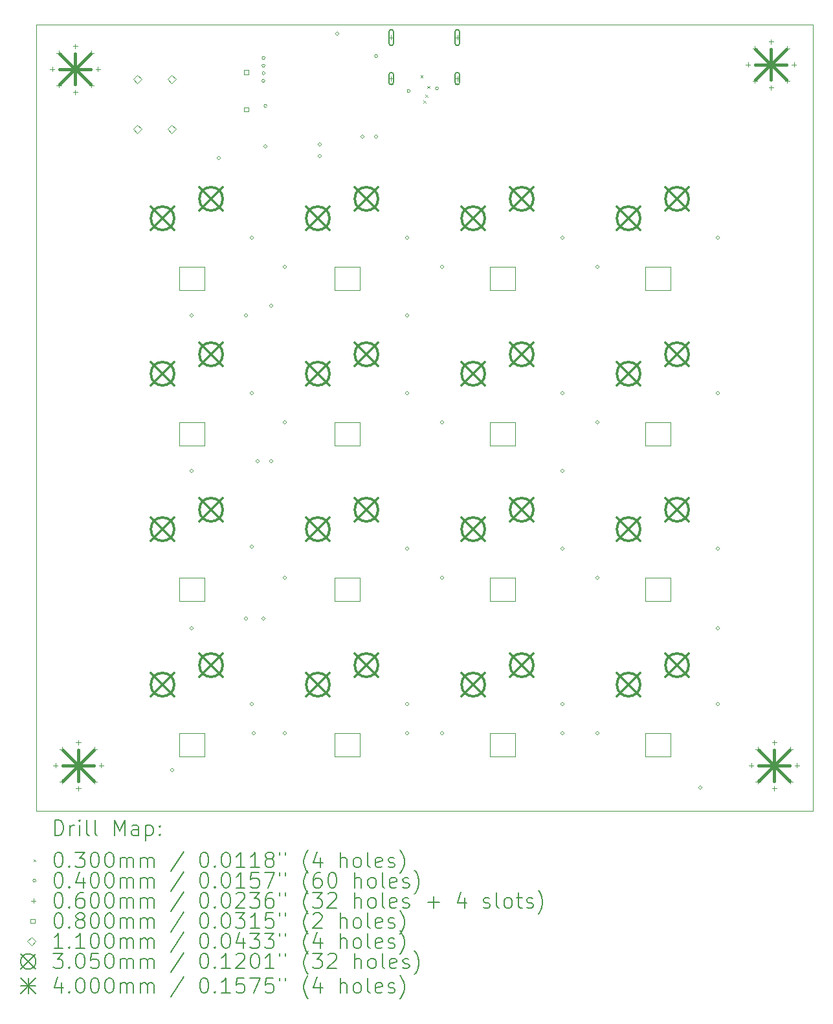
<source format=gbr>
%TF.GenerationSoftware,KiCad,Pcbnew,7.0.1*%
%TF.CreationDate,2023-05-22T14:58:38-04:00*%
%TF.ProjectId,MacroPad,4d616372-6f50-4616-942e-6b696361645f,rev?*%
%TF.SameCoordinates,Original*%
%TF.FileFunction,Drillmap*%
%TF.FilePolarity,Positive*%
%FSLAX45Y45*%
G04 Gerber Fmt 4.5, Leading zero omitted, Abs format (unit mm)*
G04 Created by KiCad (PCBNEW 7.0.1) date 2023-05-22 14:58:38*
%MOMM*%
%LPD*%
G01*
G04 APERTURE LIST*
%ADD10C,0.100000*%
%ADD11C,0.200000*%
%ADD12C,0.030000*%
%ADD13C,0.040000*%
%ADD14C,0.060000*%
%ADD15C,0.080000*%
%ADD16C,0.110000*%
%ADD17C,0.305000*%
%ADD18C,0.400000*%
G04 APERTURE END LIST*
D10*
X7366000Y-4583100D02*
X17526000Y-4583100D01*
X17526000Y-14862500D01*
X7366000Y-14862500D01*
X7366000Y-4583100D01*
X11264900Y-7747000D02*
X11595100Y-7747000D01*
X11595100Y-8051800D01*
X11264900Y-8051800D01*
X11264900Y-7747000D01*
X13296900Y-7747000D02*
X13627100Y-7747000D01*
X13627100Y-8051800D01*
X13296900Y-8051800D01*
X13296900Y-7747000D01*
X9232900Y-13843000D02*
X9563100Y-13843000D01*
X9563100Y-14147800D01*
X9232900Y-14147800D01*
X9232900Y-13843000D01*
X15328900Y-9779000D02*
X15659100Y-9779000D01*
X15659100Y-10083800D01*
X15328900Y-10083800D01*
X15328900Y-9779000D01*
X11264900Y-11811000D02*
X11595100Y-11811000D01*
X11595100Y-12115800D01*
X11264900Y-12115800D01*
X11264900Y-11811000D01*
X11264900Y-13843000D02*
X11595100Y-13843000D01*
X11595100Y-14147800D01*
X11264900Y-14147800D01*
X11264900Y-13843000D01*
X15328900Y-7747000D02*
X15659100Y-7747000D01*
X15659100Y-8051800D01*
X15328900Y-8051800D01*
X15328900Y-7747000D01*
X13296900Y-11811000D02*
X13627100Y-11811000D01*
X13627100Y-12115800D01*
X13296900Y-12115800D01*
X13296900Y-11811000D01*
X9232900Y-9779000D02*
X9563100Y-9779000D01*
X9563100Y-10083800D01*
X9232900Y-10083800D01*
X9232900Y-9779000D01*
X13296900Y-13843000D02*
X13627100Y-13843000D01*
X13627100Y-14147800D01*
X13296900Y-14147800D01*
X13296900Y-13843000D01*
X11264900Y-9779000D02*
X11595100Y-9779000D01*
X11595100Y-10083800D01*
X11264900Y-10083800D01*
X11264900Y-9779000D01*
X13296900Y-9779000D02*
X13627100Y-9779000D01*
X13627100Y-10083800D01*
X13296900Y-10083800D01*
X13296900Y-9779000D01*
X15328900Y-13843000D02*
X15659100Y-13843000D01*
X15659100Y-14147800D01*
X15328900Y-14147800D01*
X15328900Y-13843000D01*
X9232900Y-7747000D02*
X9563100Y-7747000D01*
X9563100Y-8051800D01*
X9232900Y-8051800D01*
X9232900Y-7747000D01*
X9232900Y-11811000D02*
X9563100Y-11811000D01*
X9563100Y-12115800D01*
X9232900Y-12115800D01*
X9232900Y-11811000D01*
X15328900Y-11811000D02*
X15659100Y-11811000D01*
X15659100Y-12115800D01*
X15328900Y-12115800D01*
X15328900Y-11811000D01*
D11*
D12*
X12394072Y-5244972D02*
X12424072Y-5274972D01*
X12424072Y-5244972D02*
X12394072Y-5274972D01*
X12431000Y-5573000D02*
X12461000Y-5603000D01*
X12461000Y-5573000D02*
X12431000Y-5603000D01*
X12456400Y-5497550D02*
X12486400Y-5527550D01*
X12486400Y-5497550D02*
X12456400Y-5527550D01*
X12481800Y-5383500D02*
X12511800Y-5413500D01*
X12511800Y-5383500D02*
X12481800Y-5413500D01*
D13*
X9164000Y-14325600D02*
G75*
G03*
X9164000Y-14325600I-20000J0D01*
G01*
X9418000Y-8382000D02*
G75*
G03*
X9418000Y-8382000I-20000J0D01*
G01*
X9418000Y-10414000D02*
G75*
G03*
X9418000Y-10414000I-20000J0D01*
G01*
X9418000Y-12471400D02*
G75*
G03*
X9418000Y-12471400I-20000J0D01*
G01*
X9773600Y-6324600D02*
G75*
G03*
X9773600Y-6324600I-20000J0D01*
G01*
X10129200Y-8382000D02*
G75*
G03*
X10129200Y-8382000I-20000J0D01*
G01*
X10129200Y-12344400D02*
G75*
G03*
X10129200Y-12344400I-20000J0D01*
G01*
X10205400Y-7366000D02*
G75*
G03*
X10205400Y-7366000I-20000J0D01*
G01*
X10205400Y-9398000D02*
G75*
G03*
X10205400Y-9398000I-20000J0D01*
G01*
X10205400Y-11404600D02*
G75*
G03*
X10205400Y-11404600I-20000J0D01*
G01*
X10205400Y-13462000D02*
G75*
G03*
X10205400Y-13462000I-20000J0D01*
G01*
X10230800Y-13843000D02*
G75*
G03*
X10230800Y-13843000I-20000J0D01*
G01*
X10281600Y-10287000D02*
G75*
G03*
X10281600Y-10287000I-20000J0D01*
G01*
X10356400Y-5316100D02*
G75*
G03*
X10356400Y-5316100I-20000J0D01*
G01*
X10357591Y-5116244D02*
G75*
G03*
X10357591Y-5116244I-20000J0D01*
G01*
X10357800Y-12344400D02*
G75*
G03*
X10357800Y-12344400I-20000J0D01*
G01*
X10357831Y-5016294D02*
G75*
G03*
X10357831Y-5016294I-20000J0D01*
G01*
X10359024Y-5216184D02*
G75*
G03*
X10359024Y-5216184I-20000J0D01*
G01*
X10383200Y-5643650D02*
G75*
G03*
X10383200Y-5643650I-20000J0D01*
G01*
X10383200Y-6172200D02*
G75*
G03*
X10383200Y-6172200I-20000J0D01*
G01*
X10459400Y-8255000D02*
G75*
G03*
X10459400Y-8255000I-20000J0D01*
G01*
X10459400Y-10287000D02*
G75*
G03*
X10459400Y-10287000I-20000J0D01*
G01*
X10637200Y-7747000D02*
G75*
G03*
X10637200Y-7747000I-20000J0D01*
G01*
X10637200Y-9779000D02*
G75*
G03*
X10637200Y-9779000I-20000J0D01*
G01*
X10637200Y-11811000D02*
G75*
G03*
X10637200Y-11811000I-20000J0D01*
G01*
X10637200Y-13843000D02*
G75*
G03*
X10637200Y-13843000I-20000J0D01*
G01*
X11094400Y-6146800D02*
G75*
G03*
X11094400Y-6146800I-20000J0D01*
G01*
X11094400Y-6299200D02*
G75*
G03*
X11094400Y-6299200I-20000J0D01*
G01*
X11323000Y-4699000D02*
G75*
G03*
X11323000Y-4699000I-20000J0D01*
G01*
X11653200Y-6045200D02*
G75*
G03*
X11653200Y-6045200I-20000J0D01*
G01*
X11831000Y-4992100D02*
G75*
G03*
X11831000Y-4992100I-20000J0D01*
G01*
X11831000Y-6045200D02*
G75*
G03*
X11831000Y-6045200I-20000J0D01*
G01*
X12237400Y-7366000D02*
G75*
G03*
X12237400Y-7366000I-20000J0D01*
G01*
X12237400Y-8382000D02*
G75*
G03*
X12237400Y-8382000I-20000J0D01*
G01*
X12237400Y-9398000D02*
G75*
G03*
X12237400Y-9398000I-20000J0D01*
G01*
X12237400Y-11430000D02*
G75*
G03*
X12237400Y-11430000I-20000J0D01*
G01*
X12237400Y-13462000D02*
G75*
G03*
X12237400Y-13462000I-20000J0D01*
G01*
X12237400Y-13843000D02*
G75*
G03*
X12237400Y-13843000I-20000J0D01*
G01*
X12257000Y-5449300D02*
G75*
G03*
X12257000Y-5449300I-20000J0D01*
G01*
X12627449Y-5413014D02*
G75*
G03*
X12627449Y-5413014I-20000J0D01*
G01*
X12694600Y-7747000D02*
G75*
G03*
X12694600Y-7747000I-20000J0D01*
G01*
X12694600Y-9779000D02*
G75*
G03*
X12694600Y-9779000I-20000J0D01*
G01*
X12694600Y-11811000D02*
G75*
G03*
X12694600Y-11811000I-20000J0D01*
G01*
X12694600Y-13843000D02*
G75*
G03*
X12694600Y-13843000I-20000J0D01*
G01*
X14269400Y-7366000D02*
G75*
G03*
X14269400Y-7366000I-20000J0D01*
G01*
X14269400Y-9398000D02*
G75*
G03*
X14269400Y-9398000I-20000J0D01*
G01*
X14269400Y-10414000D02*
G75*
G03*
X14269400Y-10414000I-20000J0D01*
G01*
X14269400Y-11430000D02*
G75*
G03*
X14269400Y-11430000I-20000J0D01*
G01*
X14269400Y-13462000D02*
G75*
G03*
X14269400Y-13462000I-20000J0D01*
G01*
X14269400Y-13843000D02*
G75*
G03*
X14269400Y-13843000I-20000J0D01*
G01*
X14726600Y-7747000D02*
G75*
G03*
X14726600Y-7747000I-20000J0D01*
G01*
X14726600Y-9779000D02*
G75*
G03*
X14726600Y-9779000I-20000J0D01*
G01*
X14726600Y-11811000D02*
G75*
G03*
X14726600Y-11811000I-20000J0D01*
G01*
X14726600Y-13843000D02*
G75*
G03*
X14726600Y-13843000I-20000J0D01*
G01*
X16072800Y-14554200D02*
G75*
G03*
X16072800Y-14554200I-20000J0D01*
G01*
X16301400Y-7366000D02*
G75*
G03*
X16301400Y-7366000I-20000J0D01*
G01*
X16301400Y-9398000D02*
G75*
G03*
X16301400Y-9398000I-20000J0D01*
G01*
X16301400Y-11430000D02*
G75*
G03*
X16301400Y-11430000I-20000J0D01*
G01*
X16301400Y-12471400D02*
G75*
G03*
X16301400Y-12471400I-20000J0D01*
G01*
X16301400Y-13462000D02*
G75*
G03*
X16301400Y-13462000I-20000J0D01*
G01*
D14*
X7574000Y-5133900D02*
X7574000Y-5193900D01*
X7544000Y-5163900D02*
X7604000Y-5163900D01*
X7615868Y-14235868D02*
X7615868Y-14295868D01*
X7585868Y-14265868D02*
X7645868Y-14265868D01*
X7661868Y-4921768D02*
X7661868Y-4981768D01*
X7631868Y-4951768D02*
X7691868Y-4951768D01*
X7661868Y-5346032D02*
X7661868Y-5406032D01*
X7631868Y-5376032D02*
X7691868Y-5376032D01*
X7703736Y-14023736D02*
X7703736Y-14083736D01*
X7673736Y-14053736D02*
X7733736Y-14053736D01*
X7703736Y-14448000D02*
X7703736Y-14508000D01*
X7673736Y-14478000D02*
X7733736Y-14478000D01*
X7874000Y-4833900D02*
X7874000Y-4893900D01*
X7844000Y-4863900D02*
X7904000Y-4863900D01*
X7874000Y-5433900D02*
X7874000Y-5493900D01*
X7844000Y-5463900D02*
X7904000Y-5463900D01*
X7915868Y-13935868D02*
X7915868Y-13995868D01*
X7885868Y-13965868D02*
X7945868Y-13965868D01*
X7915868Y-14535868D02*
X7915868Y-14595868D01*
X7885868Y-14565868D02*
X7945868Y-14565868D01*
X8086132Y-4921768D02*
X8086132Y-4981768D01*
X8056132Y-4951768D02*
X8116132Y-4951768D01*
X8086132Y-5346032D02*
X8086132Y-5406032D01*
X8056132Y-5376032D02*
X8116132Y-5376032D01*
X8128000Y-14023736D02*
X8128000Y-14083736D01*
X8098000Y-14053736D02*
X8158000Y-14053736D01*
X8128000Y-14448000D02*
X8128000Y-14508000D01*
X8098000Y-14478000D02*
X8158000Y-14478000D01*
X8174000Y-5133900D02*
X8174000Y-5193900D01*
X8144000Y-5163900D02*
X8204000Y-5163900D01*
X8215868Y-14235868D02*
X8215868Y-14295868D01*
X8185868Y-14265868D02*
X8245868Y-14265868D01*
X12009200Y-4719800D02*
X12009200Y-4779800D01*
X11979200Y-4749800D02*
X12039200Y-4749800D01*
D11*
X12039200Y-4824800D02*
X12039200Y-4674800D01*
X12039200Y-4674800D02*
G75*
G03*
X11979200Y-4674800I-30000J0D01*
G01*
X11979200Y-4674800D02*
X11979200Y-4824800D01*
X11979200Y-4824800D02*
G75*
G03*
X12039200Y-4824800I30000J0D01*
G01*
D14*
X12009200Y-5255800D02*
X12009200Y-5315800D01*
X11979200Y-5285800D02*
X12039200Y-5285800D01*
D11*
X12039200Y-5335800D02*
X12039200Y-5235800D01*
X12039200Y-5235800D02*
G75*
G03*
X11979200Y-5235800I-30000J0D01*
G01*
X11979200Y-5235800D02*
X11979200Y-5335800D01*
X11979200Y-5335800D02*
G75*
G03*
X12039200Y-5335800I30000J0D01*
G01*
D14*
X12873200Y-4719800D02*
X12873200Y-4779800D01*
X12843200Y-4749800D02*
X12903200Y-4749800D01*
D11*
X12903200Y-4824800D02*
X12903200Y-4674800D01*
X12903200Y-4674800D02*
G75*
G03*
X12843200Y-4674800I-30000J0D01*
G01*
X12843200Y-4674800D02*
X12843200Y-4824800D01*
X12843200Y-4824800D02*
G75*
G03*
X12903200Y-4824800I30000J0D01*
G01*
D14*
X12873200Y-5255800D02*
X12873200Y-5315800D01*
X12843200Y-5285800D02*
X12903200Y-5285800D01*
D11*
X12903200Y-5335800D02*
X12903200Y-5235800D01*
X12903200Y-5235800D02*
G75*
G03*
X12843200Y-5235800I-30000J0D01*
G01*
X12843200Y-5235800D02*
X12843200Y-5335800D01*
X12843200Y-5335800D02*
G75*
G03*
X12903200Y-5335800I30000J0D01*
G01*
D14*
X16676132Y-5072632D02*
X16676132Y-5132632D01*
X16646132Y-5102632D02*
X16706132Y-5102632D01*
X16718000Y-14235868D02*
X16718000Y-14295868D01*
X16688000Y-14265868D02*
X16748000Y-14265868D01*
X16764000Y-4860500D02*
X16764000Y-4920500D01*
X16734000Y-4890500D02*
X16794000Y-4890500D01*
X16764000Y-5284764D02*
X16764000Y-5344764D01*
X16734000Y-5314764D02*
X16794000Y-5314764D01*
X16805868Y-14023736D02*
X16805868Y-14083736D01*
X16775868Y-14053736D02*
X16835868Y-14053736D01*
X16805868Y-14448000D02*
X16805868Y-14508000D01*
X16775868Y-14478000D02*
X16835868Y-14478000D01*
X16976132Y-4772632D02*
X16976132Y-4832632D01*
X16946132Y-4802632D02*
X17006132Y-4802632D01*
X16976132Y-5372632D02*
X16976132Y-5432632D01*
X16946132Y-5402632D02*
X17006132Y-5402632D01*
X17018000Y-13935868D02*
X17018000Y-13995868D01*
X16988000Y-13965868D02*
X17048000Y-13965868D01*
X17018000Y-14535868D02*
X17018000Y-14595868D01*
X16988000Y-14565868D02*
X17048000Y-14565868D01*
X17188264Y-4860500D02*
X17188264Y-4920500D01*
X17158264Y-4890500D02*
X17218264Y-4890500D01*
X17188264Y-5284764D02*
X17188264Y-5344764D01*
X17158264Y-5314764D02*
X17218264Y-5314764D01*
X17230132Y-14023736D02*
X17230132Y-14083736D01*
X17200132Y-14053736D02*
X17260132Y-14053736D01*
X17230132Y-14448000D02*
X17230132Y-14508000D01*
X17200132Y-14478000D02*
X17260132Y-14478000D01*
X17276132Y-5072632D02*
X17276132Y-5132632D01*
X17246132Y-5102632D02*
X17306132Y-5102632D01*
X17318000Y-14235868D02*
X17318000Y-14295868D01*
X17288000Y-14265868D02*
X17348000Y-14265868D01*
D15*
X10139885Y-5230185D02*
X10139885Y-5173616D01*
X10083316Y-5173616D01*
X10083316Y-5230185D01*
X10139885Y-5230185D01*
X10139885Y-5718184D02*
X10139885Y-5661615D01*
X10083316Y-5661615D01*
X10083316Y-5718184D01*
X10139885Y-5718184D01*
D16*
X8689200Y-5349500D02*
X8744200Y-5294500D01*
X8689200Y-5239500D01*
X8634200Y-5294500D01*
X8689200Y-5349500D01*
X8689200Y-5999500D02*
X8744200Y-5944500D01*
X8689200Y-5889500D01*
X8634200Y-5944500D01*
X8689200Y-5999500D01*
X9139200Y-5349500D02*
X9194200Y-5294500D01*
X9139200Y-5239500D01*
X9084200Y-5294500D01*
X9139200Y-5349500D01*
X9139200Y-5999500D02*
X9194200Y-5944500D01*
X9139200Y-5889500D01*
X9084200Y-5944500D01*
X9139200Y-5999500D01*
D17*
X8864500Y-6959500D02*
X9169500Y-7264500D01*
X9169500Y-6959500D02*
X8864500Y-7264500D01*
X9169500Y-7112000D02*
G75*
G03*
X9169500Y-7112000I-152500J0D01*
G01*
X8864500Y-8991500D02*
X9169500Y-9296500D01*
X9169500Y-8991500D02*
X8864500Y-9296500D01*
X9169500Y-9144000D02*
G75*
G03*
X9169500Y-9144000I-152500J0D01*
G01*
X8864500Y-11023500D02*
X9169500Y-11328500D01*
X9169500Y-11023500D02*
X8864500Y-11328500D01*
X9169500Y-11176000D02*
G75*
G03*
X9169500Y-11176000I-152500J0D01*
G01*
X8864500Y-13055500D02*
X9169500Y-13360500D01*
X9169500Y-13055500D02*
X8864500Y-13360500D01*
X9169500Y-13208000D02*
G75*
G03*
X9169500Y-13208000I-152500J0D01*
G01*
X9499500Y-6705500D02*
X9804500Y-7010500D01*
X9804500Y-6705500D02*
X9499500Y-7010500D01*
X9804500Y-6858000D02*
G75*
G03*
X9804500Y-6858000I-152500J0D01*
G01*
X9499500Y-8737500D02*
X9804500Y-9042500D01*
X9804500Y-8737500D02*
X9499500Y-9042500D01*
X9804500Y-8890000D02*
G75*
G03*
X9804500Y-8890000I-152500J0D01*
G01*
X9499500Y-10769500D02*
X9804500Y-11074500D01*
X9804500Y-10769500D02*
X9499500Y-11074500D01*
X9804500Y-10922000D02*
G75*
G03*
X9804500Y-10922000I-152500J0D01*
G01*
X9499500Y-12801500D02*
X9804500Y-13106500D01*
X9804500Y-12801500D02*
X9499500Y-13106500D01*
X9804500Y-12954000D02*
G75*
G03*
X9804500Y-12954000I-152500J0D01*
G01*
X10896500Y-6959500D02*
X11201500Y-7264500D01*
X11201500Y-6959500D02*
X10896500Y-7264500D01*
X11201500Y-7112000D02*
G75*
G03*
X11201500Y-7112000I-152500J0D01*
G01*
X10896500Y-8991500D02*
X11201500Y-9296500D01*
X11201500Y-8991500D02*
X10896500Y-9296500D01*
X11201500Y-9144000D02*
G75*
G03*
X11201500Y-9144000I-152500J0D01*
G01*
X10896500Y-11023500D02*
X11201500Y-11328500D01*
X11201500Y-11023500D02*
X10896500Y-11328500D01*
X11201500Y-11176000D02*
G75*
G03*
X11201500Y-11176000I-152500J0D01*
G01*
X10896500Y-13055500D02*
X11201500Y-13360500D01*
X11201500Y-13055500D02*
X10896500Y-13360500D01*
X11201500Y-13208000D02*
G75*
G03*
X11201500Y-13208000I-152500J0D01*
G01*
X11531500Y-6705500D02*
X11836500Y-7010500D01*
X11836500Y-6705500D02*
X11531500Y-7010500D01*
X11836500Y-6858000D02*
G75*
G03*
X11836500Y-6858000I-152500J0D01*
G01*
X11531500Y-8737500D02*
X11836500Y-9042500D01*
X11836500Y-8737500D02*
X11531500Y-9042500D01*
X11836500Y-8890000D02*
G75*
G03*
X11836500Y-8890000I-152500J0D01*
G01*
X11531500Y-10769500D02*
X11836500Y-11074500D01*
X11836500Y-10769500D02*
X11531500Y-11074500D01*
X11836500Y-10922000D02*
G75*
G03*
X11836500Y-10922000I-152500J0D01*
G01*
X11531500Y-12801500D02*
X11836500Y-13106500D01*
X11836500Y-12801500D02*
X11531500Y-13106500D01*
X11836500Y-12954000D02*
G75*
G03*
X11836500Y-12954000I-152500J0D01*
G01*
X12928500Y-6959500D02*
X13233500Y-7264500D01*
X13233500Y-6959500D02*
X12928500Y-7264500D01*
X13233500Y-7112000D02*
G75*
G03*
X13233500Y-7112000I-152500J0D01*
G01*
X12928500Y-8991500D02*
X13233500Y-9296500D01*
X13233500Y-8991500D02*
X12928500Y-9296500D01*
X13233500Y-9144000D02*
G75*
G03*
X13233500Y-9144000I-152500J0D01*
G01*
X12928500Y-11023500D02*
X13233500Y-11328500D01*
X13233500Y-11023500D02*
X12928500Y-11328500D01*
X13233500Y-11176000D02*
G75*
G03*
X13233500Y-11176000I-152500J0D01*
G01*
X12928500Y-13055500D02*
X13233500Y-13360500D01*
X13233500Y-13055500D02*
X12928500Y-13360500D01*
X13233500Y-13208000D02*
G75*
G03*
X13233500Y-13208000I-152500J0D01*
G01*
X13563500Y-6705500D02*
X13868500Y-7010500D01*
X13868500Y-6705500D02*
X13563500Y-7010500D01*
X13868500Y-6858000D02*
G75*
G03*
X13868500Y-6858000I-152500J0D01*
G01*
X13563500Y-8737500D02*
X13868500Y-9042500D01*
X13868500Y-8737500D02*
X13563500Y-9042500D01*
X13868500Y-8890000D02*
G75*
G03*
X13868500Y-8890000I-152500J0D01*
G01*
X13563500Y-10769500D02*
X13868500Y-11074500D01*
X13868500Y-10769500D02*
X13563500Y-11074500D01*
X13868500Y-10922000D02*
G75*
G03*
X13868500Y-10922000I-152500J0D01*
G01*
X13563500Y-12801500D02*
X13868500Y-13106500D01*
X13868500Y-12801500D02*
X13563500Y-13106500D01*
X13868500Y-12954000D02*
G75*
G03*
X13868500Y-12954000I-152500J0D01*
G01*
X14960500Y-6959500D02*
X15265500Y-7264500D01*
X15265500Y-6959500D02*
X14960500Y-7264500D01*
X15265500Y-7112000D02*
G75*
G03*
X15265500Y-7112000I-152500J0D01*
G01*
X14960500Y-8991500D02*
X15265500Y-9296500D01*
X15265500Y-8991500D02*
X14960500Y-9296500D01*
X15265500Y-9144000D02*
G75*
G03*
X15265500Y-9144000I-152500J0D01*
G01*
X14960500Y-11023500D02*
X15265500Y-11328500D01*
X15265500Y-11023500D02*
X14960500Y-11328500D01*
X15265500Y-11176000D02*
G75*
G03*
X15265500Y-11176000I-152500J0D01*
G01*
X14960500Y-13055500D02*
X15265500Y-13360500D01*
X15265500Y-13055500D02*
X14960500Y-13360500D01*
X15265500Y-13208000D02*
G75*
G03*
X15265500Y-13208000I-152500J0D01*
G01*
X15595500Y-6705500D02*
X15900500Y-7010500D01*
X15900500Y-6705500D02*
X15595500Y-7010500D01*
X15900500Y-6858000D02*
G75*
G03*
X15900500Y-6858000I-152500J0D01*
G01*
X15595500Y-8737500D02*
X15900500Y-9042500D01*
X15900500Y-8737500D02*
X15595500Y-9042500D01*
X15900500Y-8890000D02*
G75*
G03*
X15900500Y-8890000I-152500J0D01*
G01*
X15595500Y-10769500D02*
X15900500Y-11074500D01*
X15900500Y-10769500D02*
X15595500Y-11074500D01*
X15900500Y-10922000D02*
G75*
G03*
X15900500Y-10922000I-152500J0D01*
G01*
X15595500Y-12801500D02*
X15900500Y-13106500D01*
X15900500Y-12801500D02*
X15595500Y-13106500D01*
X15900500Y-12954000D02*
G75*
G03*
X15900500Y-12954000I-152500J0D01*
G01*
D18*
X7674000Y-4963900D02*
X8074000Y-5363900D01*
X8074000Y-4963900D02*
X7674000Y-5363900D01*
X7874000Y-4963900D02*
X7874000Y-5363900D01*
X7674000Y-5163900D02*
X8074000Y-5163900D01*
X7715868Y-14065868D02*
X8115868Y-14465868D01*
X8115868Y-14065868D02*
X7715868Y-14465868D01*
X7915868Y-14065868D02*
X7915868Y-14465868D01*
X7715868Y-14265868D02*
X8115868Y-14265868D01*
X16776132Y-4902632D02*
X17176132Y-5302632D01*
X17176132Y-4902632D02*
X16776132Y-5302632D01*
X16976132Y-4902632D02*
X16976132Y-5302632D01*
X16776132Y-5102632D02*
X17176132Y-5102632D01*
X16818000Y-14065868D02*
X17218000Y-14465868D01*
X17218000Y-14065868D02*
X16818000Y-14465868D01*
X17018000Y-14065868D02*
X17018000Y-14465868D01*
X16818000Y-14265868D02*
X17218000Y-14265868D01*
D11*
X7608619Y-15180024D02*
X7608619Y-14980024D01*
X7608619Y-14980024D02*
X7656238Y-14980024D01*
X7656238Y-14980024D02*
X7684809Y-14989548D01*
X7684809Y-14989548D02*
X7703857Y-15008595D01*
X7703857Y-15008595D02*
X7713381Y-15027643D01*
X7713381Y-15027643D02*
X7722905Y-15065738D01*
X7722905Y-15065738D02*
X7722905Y-15094309D01*
X7722905Y-15094309D02*
X7713381Y-15132405D01*
X7713381Y-15132405D02*
X7703857Y-15151452D01*
X7703857Y-15151452D02*
X7684809Y-15170500D01*
X7684809Y-15170500D02*
X7656238Y-15180024D01*
X7656238Y-15180024D02*
X7608619Y-15180024D01*
X7808619Y-15180024D02*
X7808619Y-15046690D01*
X7808619Y-15084786D02*
X7818143Y-15065738D01*
X7818143Y-15065738D02*
X7827667Y-15056214D01*
X7827667Y-15056214D02*
X7846714Y-15046690D01*
X7846714Y-15046690D02*
X7865762Y-15046690D01*
X7932428Y-15180024D02*
X7932428Y-15046690D01*
X7932428Y-14980024D02*
X7922905Y-14989548D01*
X7922905Y-14989548D02*
X7932428Y-14999071D01*
X7932428Y-14999071D02*
X7941952Y-14989548D01*
X7941952Y-14989548D02*
X7932428Y-14980024D01*
X7932428Y-14980024D02*
X7932428Y-14999071D01*
X8056238Y-15180024D02*
X8037190Y-15170500D01*
X8037190Y-15170500D02*
X8027667Y-15151452D01*
X8027667Y-15151452D02*
X8027667Y-14980024D01*
X8161000Y-15180024D02*
X8141952Y-15170500D01*
X8141952Y-15170500D02*
X8132428Y-15151452D01*
X8132428Y-15151452D02*
X8132428Y-14980024D01*
X8389571Y-15180024D02*
X8389571Y-14980024D01*
X8389571Y-14980024D02*
X8456238Y-15122881D01*
X8456238Y-15122881D02*
X8522905Y-14980024D01*
X8522905Y-14980024D02*
X8522905Y-15180024D01*
X8703857Y-15180024D02*
X8703857Y-15075262D01*
X8703857Y-15075262D02*
X8694333Y-15056214D01*
X8694333Y-15056214D02*
X8675286Y-15046690D01*
X8675286Y-15046690D02*
X8637190Y-15046690D01*
X8637190Y-15046690D02*
X8618143Y-15056214D01*
X8703857Y-15170500D02*
X8684810Y-15180024D01*
X8684810Y-15180024D02*
X8637190Y-15180024D01*
X8637190Y-15180024D02*
X8618143Y-15170500D01*
X8618143Y-15170500D02*
X8608619Y-15151452D01*
X8608619Y-15151452D02*
X8608619Y-15132405D01*
X8608619Y-15132405D02*
X8618143Y-15113357D01*
X8618143Y-15113357D02*
X8637190Y-15103833D01*
X8637190Y-15103833D02*
X8684810Y-15103833D01*
X8684810Y-15103833D02*
X8703857Y-15094309D01*
X8799095Y-15046690D02*
X8799095Y-15246690D01*
X8799095Y-15056214D02*
X8818143Y-15046690D01*
X8818143Y-15046690D02*
X8856238Y-15046690D01*
X8856238Y-15046690D02*
X8875286Y-15056214D01*
X8875286Y-15056214D02*
X8884810Y-15065738D01*
X8884810Y-15065738D02*
X8894333Y-15084786D01*
X8894333Y-15084786D02*
X8894333Y-15141928D01*
X8894333Y-15141928D02*
X8884810Y-15160976D01*
X8884810Y-15160976D02*
X8875286Y-15170500D01*
X8875286Y-15170500D02*
X8856238Y-15180024D01*
X8856238Y-15180024D02*
X8818143Y-15180024D01*
X8818143Y-15180024D02*
X8799095Y-15170500D01*
X8980048Y-15160976D02*
X8989571Y-15170500D01*
X8989571Y-15170500D02*
X8980048Y-15180024D01*
X8980048Y-15180024D02*
X8970524Y-15170500D01*
X8970524Y-15170500D02*
X8980048Y-15160976D01*
X8980048Y-15160976D02*
X8980048Y-15180024D01*
X8980048Y-15056214D02*
X8989571Y-15065738D01*
X8989571Y-15065738D02*
X8980048Y-15075262D01*
X8980048Y-15075262D02*
X8970524Y-15065738D01*
X8970524Y-15065738D02*
X8980048Y-15056214D01*
X8980048Y-15056214D02*
X8980048Y-15075262D01*
D12*
X7331000Y-15492500D02*
X7361000Y-15522500D01*
X7361000Y-15492500D02*
X7331000Y-15522500D01*
D11*
X7646714Y-15400024D02*
X7665762Y-15400024D01*
X7665762Y-15400024D02*
X7684809Y-15409548D01*
X7684809Y-15409548D02*
X7694333Y-15419071D01*
X7694333Y-15419071D02*
X7703857Y-15438119D01*
X7703857Y-15438119D02*
X7713381Y-15476214D01*
X7713381Y-15476214D02*
X7713381Y-15523833D01*
X7713381Y-15523833D02*
X7703857Y-15561928D01*
X7703857Y-15561928D02*
X7694333Y-15580976D01*
X7694333Y-15580976D02*
X7684809Y-15590500D01*
X7684809Y-15590500D02*
X7665762Y-15600024D01*
X7665762Y-15600024D02*
X7646714Y-15600024D01*
X7646714Y-15600024D02*
X7627667Y-15590500D01*
X7627667Y-15590500D02*
X7618143Y-15580976D01*
X7618143Y-15580976D02*
X7608619Y-15561928D01*
X7608619Y-15561928D02*
X7599095Y-15523833D01*
X7599095Y-15523833D02*
X7599095Y-15476214D01*
X7599095Y-15476214D02*
X7608619Y-15438119D01*
X7608619Y-15438119D02*
X7618143Y-15419071D01*
X7618143Y-15419071D02*
X7627667Y-15409548D01*
X7627667Y-15409548D02*
X7646714Y-15400024D01*
X7799095Y-15580976D02*
X7808619Y-15590500D01*
X7808619Y-15590500D02*
X7799095Y-15600024D01*
X7799095Y-15600024D02*
X7789571Y-15590500D01*
X7789571Y-15590500D02*
X7799095Y-15580976D01*
X7799095Y-15580976D02*
X7799095Y-15600024D01*
X7875286Y-15400024D02*
X7999095Y-15400024D01*
X7999095Y-15400024D02*
X7932428Y-15476214D01*
X7932428Y-15476214D02*
X7961000Y-15476214D01*
X7961000Y-15476214D02*
X7980048Y-15485738D01*
X7980048Y-15485738D02*
X7989571Y-15495262D01*
X7989571Y-15495262D02*
X7999095Y-15514309D01*
X7999095Y-15514309D02*
X7999095Y-15561928D01*
X7999095Y-15561928D02*
X7989571Y-15580976D01*
X7989571Y-15580976D02*
X7980048Y-15590500D01*
X7980048Y-15590500D02*
X7961000Y-15600024D01*
X7961000Y-15600024D02*
X7903857Y-15600024D01*
X7903857Y-15600024D02*
X7884809Y-15590500D01*
X7884809Y-15590500D02*
X7875286Y-15580976D01*
X8122905Y-15400024D02*
X8141952Y-15400024D01*
X8141952Y-15400024D02*
X8161000Y-15409548D01*
X8161000Y-15409548D02*
X8170524Y-15419071D01*
X8170524Y-15419071D02*
X8180048Y-15438119D01*
X8180048Y-15438119D02*
X8189571Y-15476214D01*
X8189571Y-15476214D02*
X8189571Y-15523833D01*
X8189571Y-15523833D02*
X8180048Y-15561928D01*
X8180048Y-15561928D02*
X8170524Y-15580976D01*
X8170524Y-15580976D02*
X8161000Y-15590500D01*
X8161000Y-15590500D02*
X8141952Y-15600024D01*
X8141952Y-15600024D02*
X8122905Y-15600024D01*
X8122905Y-15600024D02*
X8103857Y-15590500D01*
X8103857Y-15590500D02*
X8094333Y-15580976D01*
X8094333Y-15580976D02*
X8084809Y-15561928D01*
X8084809Y-15561928D02*
X8075286Y-15523833D01*
X8075286Y-15523833D02*
X8075286Y-15476214D01*
X8075286Y-15476214D02*
X8084809Y-15438119D01*
X8084809Y-15438119D02*
X8094333Y-15419071D01*
X8094333Y-15419071D02*
X8103857Y-15409548D01*
X8103857Y-15409548D02*
X8122905Y-15400024D01*
X8313381Y-15400024D02*
X8332429Y-15400024D01*
X8332429Y-15400024D02*
X8351476Y-15409548D01*
X8351476Y-15409548D02*
X8361000Y-15419071D01*
X8361000Y-15419071D02*
X8370524Y-15438119D01*
X8370524Y-15438119D02*
X8380048Y-15476214D01*
X8380048Y-15476214D02*
X8380048Y-15523833D01*
X8380048Y-15523833D02*
X8370524Y-15561928D01*
X8370524Y-15561928D02*
X8361000Y-15580976D01*
X8361000Y-15580976D02*
X8351476Y-15590500D01*
X8351476Y-15590500D02*
X8332429Y-15600024D01*
X8332429Y-15600024D02*
X8313381Y-15600024D01*
X8313381Y-15600024D02*
X8294333Y-15590500D01*
X8294333Y-15590500D02*
X8284809Y-15580976D01*
X8284809Y-15580976D02*
X8275286Y-15561928D01*
X8275286Y-15561928D02*
X8265762Y-15523833D01*
X8265762Y-15523833D02*
X8265762Y-15476214D01*
X8265762Y-15476214D02*
X8275286Y-15438119D01*
X8275286Y-15438119D02*
X8284809Y-15419071D01*
X8284809Y-15419071D02*
X8294333Y-15409548D01*
X8294333Y-15409548D02*
X8313381Y-15400024D01*
X8465762Y-15600024D02*
X8465762Y-15466690D01*
X8465762Y-15485738D02*
X8475286Y-15476214D01*
X8475286Y-15476214D02*
X8494333Y-15466690D01*
X8494333Y-15466690D02*
X8522905Y-15466690D01*
X8522905Y-15466690D02*
X8541952Y-15476214D01*
X8541952Y-15476214D02*
X8551476Y-15495262D01*
X8551476Y-15495262D02*
X8551476Y-15600024D01*
X8551476Y-15495262D02*
X8561000Y-15476214D01*
X8561000Y-15476214D02*
X8580048Y-15466690D01*
X8580048Y-15466690D02*
X8608619Y-15466690D01*
X8608619Y-15466690D02*
X8627667Y-15476214D01*
X8627667Y-15476214D02*
X8637191Y-15495262D01*
X8637191Y-15495262D02*
X8637191Y-15600024D01*
X8732429Y-15600024D02*
X8732429Y-15466690D01*
X8732429Y-15485738D02*
X8741952Y-15476214D01*
X8741952Y-15476214D02*
X8761000Y-15466690D01*
X8761000Y-15466690D02*
X8789572Y-15466690D01*
X8789572Y-15466690D02*
X8808619Y-15476214D01*
X8808619Y-15476214D02*
X8818143Y-15495262D01*
X8818143Y-15495262D02*
X8818143Y-15600024D01*
X8818143Y-15495262D02*
X8827667Y-15476214D01*
X8827667Y-15476214D02*
X8846714Y-15466690D01*
X8846714Y-15466690D02*
X8875286Y-15466690D01*
X8875286Y-15466690D02*
X8894333Y-15476214D01*
X8894333Y-15476214D02*
X8903857Y-15495262D01*
X8903857Y-15495262D02*
X8903857Y-15600024D01*
X9294333Y-15390500D02*
X9122905Y-15647643D01*
X9551476Y-15400024D02*
X9570524Y-15400024D01*
X9570524Y-15400024D02*
X9589572Y-15409548D01*
X9589572Y-15409548D02*
X9599095Y-15419071D01*
X9599095Y-15419071D02*
X9608619Y-15438119D01*
X9608619Y-15438119D02*
X9618143Y-15476214D01*
X9618143Y-15476214D02*
X9618143Y-15523833D01*
X9618143Y-15523833D02*
X9608619Y-15561928D01*
X9608619Y-15561928D02*
X9599095Y-15580976D01*
X9599095Y-15580976D02*
X9589572Y-15590500D01*
X9589572Y-15590500D02*
X9570524Y-15600024D01*
X9570524Y-15600024D02*
X9551476Y-15600024D01*
X9551476Y-15600024D02*
X9532429Y-15590500D01*
X9532429Y-15590500D02*
X9522905Y-15580976D01*
X9522905Y-15580976D02*
X9513381Y-15561928D01*
X9513381Y-15561928D02*
X9503857Y-15523833D01*
X9503857Y-15523833D02*
X9503857Y-15476214D01*
X9503857Y-15476214D02*
X9513381Y-15438119D01*
X9513381Y-15438119D02*
X9522905Y-15419071D01*
X9522905Y-15419071D02*
X9532429Y-15409548D01*
X9532429Y-15409548D02*
X9551476Y-15400024D01*
X9703857Y-15580976D02*
X9713381Y-15590500D01*
X9713381Y-15590500D02*
X9703857Y-15600024D01*
X9703857Y-15600024D02*
X9694334Y-15590500D01*
X9694334Y-15590500D02*
X9703857Y-15580976D01*
X9703857Y-15580976D02*
X9703857Y-15600024D01*
X9837191Y-15400024D02*
X9856238Y-15400024D01*
X9856238Y-15400024D02*
X9875286Y-15409548D01*
X9875286Y-15409548D02*
X9884810Y-15419071D01*
X9884810Y-15419071D02*
X9894334Y-15438119D01*
X9894334Y-15438119D02*
X9903857Y-15476214D01*
X9903857Y-15476214D02*
X9903857Y-15523833D01*
X9903857Y-15523833D02*
X9894334Y-15561928D01*
X9894334Y-15561928D02*
X9884810Y-15580976D01*
X9884810Y-15580976D02*
X9875286Y-15590500D01*
X9875286Y-15590500D02*
X9856238Y-15600024D01*
X9856238Y-15600024D02*
X9837191Y-15600024D01*
X9837191Y-15600024D02*
X9818143Y-15590500D01*
X9818143Y-15590500D02*
X9808619Y-15580976D01*
X9808619Y-15580976D02*
X9799095Y-15561928D01*
X9799095Y-15561928D02*
X9789572Y-15523833D01*
X9789572Y-15523833D02*
X9789572Y-15476214D01*
X9789572Y-15476214D02*
X9799095Y-15438119D01*
X9799095Y-15438119D02*
X9808619Y-15419071D01*
X9808619Y-15419071D02*
X9818143Y-15409548D01*
X9818143Y-15409548D02*
X9837191Y-15400024D01*
X10094334Y-15600024D02*
X9980048Y-15600024D01*
X10037191Y-15600024D02*
X10037191Y-15400024D01*
X10037191Y-15400024D02*
X10018143Y-15428595D01*
X10018143Y-15428595D02*
X9999095Y-15447643D01*
X9999095Y-15447643D02*
X9980048Y-15457167D01*
X10284810Y-15600024D02*
X10170524Y-15600024D01*
X10227667Y-15600024D02*
X10227667Y-15400024D01*
X10227667Y-15400024D02*
X10208619Y-15428595D01*
X10208619Y-15428595D02*
X10189572Y-15447643D01*
X10189572Y-15447643D02*
X10170524Y-15457167D01*
X10399095Y-15485738D02*
X10380048Y-15476214D01*
X10380048Y-15476214D02*
X10370524Y-15466690D01*
X10370524Y-15466690D02*
X10361000Y-15447643D01*
X10361000Y-15447643D02*
X10361000Y-15438119D01*
X10361000Y-15438119D02*
X10370524Y-15419071D01*
X10370524Y-15419071D02*
X10380048Y-15409548D01*
X10380048Y-15409548D02*
X10399095Y-15400024D01*
X10399095Y-15400024D02*
X10437191Y-15400024D01*
X10437191Y-15400024D02*
X10456238Y-15409548D01*
X10456238Y-15409548D02*
X10465762Y-15419071D01*
X10465762Y-15419071D02*
X10475286Y-15438119D01*
X10475286Y-15438119D02*
X10475286Y-15447643D01*
X10475286Y-15447643D02*
X10465762Y-15466690D01*
X10465762Y-15466690D02*
X10456238Y-15476214D01*
X10456238Y-15476214D02*
X10437191Y-15485738D01*
X10437191Y-15485738D02*
X10399095Y-15485738D01*
X10399095Y-15485738D02*
X10380048Y-15495262D01*
X10380048Y-15495262D02*
X10370524Y-15504786D01*
X10370524Y-15504786D02*
X10361000Y-15523833D01*
X10361000Y-15523833D02*
X10361000Y-15561928D01*
X10361000Y-15561928D02*
X10370524Y-15580976D01*
X10370524Y-15580976D02*
X10380048Y-15590500D01*
X10380048Y-15590500D02*
X10399095Y-15600024D01*
X10399095Y-15600024D02*
X10437191Y-15600024D01*
X10437191Y-15600024D02*
X10456238Y-15590500D01*
X10456238Y-15590500D02*
X10465762Y-15580976D01*
X10465762Y-15580976D02*
X10475286Y-15561928D01*
X10475286Y-15561928D02*
X10475286Y-15523833D01*
X10475286Y-15523833D02*
X10465762Y-15504786D01*
X10465762Y-15504786D02*
X10456238Y-15495262D01*
X10456238Y-15495262D02*
X10437191Y-15485738D01*
X10551476Y-15400024D02*
X10551476Y-15438119D01*
X10627667Y-15400024D02*
X10627667Y-15438119D01*
X10922905Y-15676214D02*
X10913381Y-15666690D01*
X10913381Y-15666690D02*
X10894334Y-15638119D01*
X10894334Y-15638119D02*
X10884810Y-15619071D01*
X10884810Y-15619071D02*
X10875286Y-15590500D01*
X10875286Y-15590500D02*
X10865762Y-15542881D01*
X10865762Y-15542881D02*
X10865762Y-15504786D01*
X10865762Y-15504786D02*
X10875286Y-15457167D01*
X10875286Y-15457167D02*
X10884810Y-15428595D01*
X10884810Y-15428595D02*
X10894334Y-15409548D01*
X10894334Y-15409548D02*
X10913381Y-15380976D01*
X10913381Y-15380976D02*
X10922905Y-15371452D01*
X11084810Y-15466690D02*
X11084810Y-15600024D01*
X11037191Y-15390500D02*
X10989572Y-15533357D01*
X10989572Y-15533357D02*
X11113381Y-15533357D01*
X11341953Y-15600024D02*
X11341953Y-15400024D01*
X11427667Y-15600024D02*
X11427667Y-15495262D01*
X11427667Y-15495262D02*
X11418143Y-15476214D01*
X11418143Y-15476214D02*
X11399096Y-15466690D01*
X11399096Y-15466690D02*
X11370524Y-15466690D01*
X11370524Y-15466690D02*
X11351476Y-15476214D01*
X11351476Y-15476214D02*
X11341953Y-15485738D01*
X11551476Y-15600024D02*
X11532429Y-15590500D01*
X11532429Y-15590500D02*
X11522905Y-15580976D01*
X11522905Y-15580976D02*
X11513381Y-15561928D01*
X11513381Y-15561928D02*
X11513381Y-15504786D01*
X11513381Y-15504786D02*
X11522905Y-15485738D01*
X11522905Y-15485738D02*
X11532429Y-15476214D01*
X11532429Y-15476214D02*
X11551476Y-15466690D01*
X11551476Y-15466690D02*
X11580048Y-15466690D01*
X11580048Y-15466690D02*
X11599096Y-15476214D01*
X11599096Y-15476214D02*
X11608619Y-15485738D01*
X11608619Y-15485738D02*
X11618143Y-15504786D01*
X11618143Y-15504786D02*
X11618143Y-15561928D01*
X11618143Y-15561928D02*
X11608619Y-15580976D01*
X11608619Y-15580976D02*
X11599096Y-15590500D01*
X11599096Y-15590500D02*
X11580048Y-15600024D01*
X11580048Y-15600024D02*
X11551476Y-15600024D01*
X11732429Y-15600024D02*
X11713381Y-15590500D01*
X11713381Y-15590500D02*
X11703857Y-15571452D01*
X11703857Y-15571452D02*
X11703857Y-15400024D01*
X11884810Y-15590500D02*
X11865762Y-15600024D01*
X11865762Y-15600024D02*
X11827667Y-15600024D01*
X11827667Y-15600024D02*
X11808619Y-15590500D01*
X11808619Y-15590500D02*
X11799096Y-15571452D01*
X11799096Y-15571452D02*
X11799096Y-15495262D01*
X11799096Y-15495262D02*
X11808619Y-15476214D01*
X11808619Y-15476214D02*
X11827667Y-15466690D01*
X11827667Y-15466690D02*
X11865762Y-15466690D01*
X11865762Y-15466690D02*
X11884810Y-15476214D01*
X11884810Y-15476214D02*
X11894334Y-15495262D01*
X11894334Y-15495262D02*
X11894334Y-15514309D01*
X11894334Y-15514309D02*
X11799096Y-15533357D01*
X11970524Y-15590500D02*
X11989572Y-15600024D01*
X11989572Y-15600024D02*
X12027667Y-15600024D01*
X12027667Y-15600024D02*
X12046715Y-15590500D01*
X12046715Y-15590500D02*
X12056238Y-15571452D01*
X12056238Y-15571452D02*
X12056238Y-15561928D01*
X12056238Y-15561928D02*
X12046715Y-15542881D01*
X12046715Y-15542881D02*
X12027667Y-15533357D01*
X12027667Y-15533357D02*
X11999096Y-15533357D01*
X11999096Y-15533357D02*
X11980048Y-15523833D01*
X11980048Y-15523833D02*
X11970524Y-15504786D01*
X11970524Y-15504786D02*
X11970524Y-15495262D01*
X11970524Y-15495262D02*
X11980048Y-15476214D01*
X11980048Y-15476214D02*
X11999096Y-15466690D01*
X11999096Y-15466690D02*
X12027667Y-15466690D01*
X12027667Y-15466690D02*
X12046715Y-15476214D01*
X12122905Y-15676214D02*
X12132429Y-15666690D01*
X12132429Y-15666690D02*
X12151477Y-15638119D01*
X12151477Y-15638119D02*
X12161000Y-15619071D01*
X12161000Y-15619071D02*
X12170524Y-15590500D01*
X12170524Y-15590500D02*
X12180048Y-15542881D01*
X12180048Y-15542881D02*
X12180048Y-15504786D01*
X12180048Y-15504786D02*
X12170524Y-15457167D01*
X12170524Y-15457167D02*
X12161000Y-15428595D01*
X12161000Y-15428595D02*
X12151477Y-15409548D01*
X12151477Y-15409548D02*
X12132429Y-15380976D01*
X12132429Y-15380976D02*
X12122905Y-15371452D01*
D13*
X7361000Y-15771500D02*
G75*
G03*
X7361000Y-15771500I-20000J0D01*
G01*
D11*
X7646714Y-15664024D02*
X7665762Y-15664024D01*
X7665762Y-15664024D02*
X7684809Y-15673548D01*
X7684809Y-15673548D02*
X7694333Y-15683071D01*
X7694333Y-15683071D02*
X7703857Y-15702119D01*
X7703857Y-15702119D02*
X7713381Y-15740214D01*
X7713381Y-15740214D02*
X7713381Y-15787833D01*
X7713381Y-15787833D02*
X7703857Y-15825928D01*
X7703857Y-15825928D02*
X7694333Y-15844976D01*
X7694333Y-15844976D02*
X7684809Y-15854500D01*
X7684809Y-15854500D02*
X7665762Y-15864024D01*
X7665762Y-15864024D02*
X7646714Y-15864024D01*
X7646714Y-15864024D02*
X7627667Y-15854500D01*
X7627667Y-15854500D02*
X7618143Y-15844976D01*
X7618143Y-15844976D02*
X7608619Y-15825928D01*
X7608619Y-15825928D02*
X7599095Y-15787833D01*
X7599095Y-15787833D02*
X7599095Y-15740214D01*
X7599095Y-15740214D02*
X7608619Y-15702119D01*
X7608619Y-15702119D02*
X7618143Y-15683071D01*
X7618143Y-15683071D02*
X7627667Y-15673548D01*
X7627667Y-15673548D02*
X7646714Y-15664024D01*
X7799095Y-15844976D02*
X7808619Y-15854500D01*
X7808619Y-15854500D02*
X7799095Y-15864024D01*
X7799095Y-15864024D02*
X7789571Y-15854500D01*
X7789571Y-15854500D02*
X7799095Y-15844976D01*
X7799095Y-15844976D02*
X7799095Y-15864024D01*
X7980048Y-15730690D02*
X7980048Y-15864024D01*
X7932428Y-15654500D02*
X7884809Y-15797357D01*
X7884809Y-15797357D02*
X8008619Y-15797357D01*
X8122905Y-15664024D02*
X8141952Y-15664024D01*
X8141952Y-15664024D02*
X8161000Y-15673548D01*
X8161000Y-15673548D02*
X8170524Y-15683071D01*
X8170524Y-15683071D02*
X8180048Y-15702119D01*
X8180048Y-15702119D02*
X8189571Y-15740214D01*
X8189571Y-15740214D02*
X8189571Y-15787833D01*
X8189571Y-15787833D02*
X8180048Y-15825928D01*
X8180048Y-15825928D02*
X8170524Y-15844976D01*
X8170524Y-15844976D02*
X8161000Y-15854500D01*
X8161000Y-15854500D02*
X8141952Y-15864024D01*
X8141952Y-15864024D02*
X8122905Y-15864024D01*
X8122905Y-15864024D02*
X8103857Y-15854500D01*
X8103857Y-15854500D02*
X8094333Y-15844976D01*
X8094333Y-15844976D02*
X8084809Y-15825928D01*
X8084809Y-15825928D02*
X8075286Y-15787833D01*
X8075286Y-15787833D02*
X8075286Y-15740214D01*
X8075286Y-15740214D02*
X8084809Y-15702119D01*
X8084809Y-15702119D02*
X8094333Y-15683071D01*
X8094333Y-15683071D02*
X8103857Y-15673548D01*
X8103857Y-15673548D02*
X8122905Y-15664024D01*
X8313381Y-15664024D02*
X8332429Y-15664024D01*
X8332429Y-15664024D02*
X8351476Y-15673548D01*
X8351476Y-15673548D02*
X8361000Y-15683071D01*
X8361000Y-15683071D02*
X8370524Y-15702119D01*
X8370524Y-15702119D02*
X8380048Y-15740214D01*
X8380048Y-15740214D02*
X8380048Y-15787833D01*
X8380048Y-15787833D02*
X8370524Y-15825928D01*
X8370524Y-15825928D02*
X8361000Y-15844976D01*
X8361000Y-15844976D02*
X8351476Y-15854500D01*
X8351476Y-15854500D02*
X8332429Y-15864024D01*
X8332429Y-15864024D02*
X8313381Y-15864024D01*
X8313381Y-15864024D02*
X8294333Y-15854500D01*
X8294333Y-15854500D02*
X8284809Y-15844976D01*
X8284809Y-15844976D02*
X8275286Y-15825928D01*
X8275286Y-15825928D02*
X8265762Y-15787833D01*
X8265762Y-15787833D02*
X8265762Y-15740214D01*
X8265762Y-15740214D02*
X8275286Y-15702119D01*
X8275286Y-15702119D02*
X8284809Y-15683071D01*
X8284809Y-15683071D02*
X8294333Y-15673548D01*
X8294333Y-15673548D02*
X8313381Y-15664024D01*
X8465762Y-15864024D02*
X8465762Y-15730690D01*
X8465762Y-15749738D02*
X8475286Y-15740214D01*
X8475286Y-15740214D02*
X8494333Y-15730690D01*
X8494333Y-15730690D02*
X8522905Y-15730690D01*
X8522905Y-15730690D02*
X8541952Y-15740214D01*
X8541952Y-15740214D02*
X8551476Y-15759262D01*
X8551476Y-15759262D02*
X8551476Y-15864024D01*
X8551476Y-15759262D02*
X8561000Y-15740214D01*
X8561000Y-15740214D02*
X8580048Y-15730690D01*
X8580048Y-15730690D02*
X8608619Y-15730690D01*
X8608619Y-15730690D02*
X8627667Y-15740214D01*
X8627667Y-15740214D02*
X8637191Y-15759262D01*
X8637191Y-15759262D02*
X8637191Y-15864024D01*
X8732429Y-15864024D02*
X8732429Y-15730690D01*
X8732429Y-15749738D02*
X8741952Y-15740214D01*
X8741952Y-15740214D02*
X8761000Y-15730690D01*
X8761000Y-15730690D02*
X8789572Y-15730690D01*
X8789572Y-15730690D02*
X8808619Y-15740214D01*
X8808619Y-15740214D02*
X8818143Y-15759262D01*
X8818143Y-15759262D02*
X8818143Y-15864024D01*
X8818143Y-15759262D02*
X8827667Y-15740214D01*
X8827667Y-15740214D02*
X8846714Y-15730690D01*
X8846714Y-15730690D02*
X8875286Y-15730690D01*
X8875286Y-15730690D02*
X8894333Y-15740214D01*
X8894333Y-15740214D02*
X8903857Y-15759262D01*
X8903857Y-15759262D02*
X8903857Y-15864024D01*
X9294333Y-15654500D02*
X9122905Y-15911643D01*
X9551476Y-15664024D02*
X9570524Y-15664024D01*
X9570524Y-15664024D02*
X9589572Y-15673548D01*
X9589572Y-15673548D02*
X9599095Y-15683071D01*
X9599095Y-15683071D02*
X9608619Y-15702119D01*
X9608619Y-15702119D02*
X9618143Y-15740214D01*
X9618143Y-15740214D02*
X9618143Y-15787833D01*
X9618143Y-15787833D02*
X9608619Y-15825928D01*
X9608619Y-15825928D02*
X9599095Y-15844976D01*
X9599095Y-15844976D02*
X9589572Y-15854500D01*
X9589572Y-15854500D02*
X9570524Y-15864024D01*
X9570524Y-15864024D02*
X9551476Y-15864024D01*
X9551476Y-15864024D02*
X9532429Y-15854500D01*
X9532429Y-15854500D02*
X9522905Y-15844976D01*
X9522905Y-15844976D02*
X9513381Y-15825928D01*
X9513381Y-15825928D02*
X9503857Y-15787833D01*
X9503857Y-15787833D02*
X9503857Y-15740214D01*
X9503857Y-15740214D02*
X9513381Y-15702119D01*
X9513381Y-15702119D02*
X9522905Y-15683071D01*
X9522905Y-15683071D02*
X9532429Y-15673548D01*
X9532429Y-15673548D02*
X9551476Y-15664024D01*
X9703857Y-15844976D02*
X9713381Y-15854500D01*
X9713381Y-15854500D02*
X9703857Y-15864024D01*
X9703857Y-15864024D02*
X9694334Y-15854500D01*
X9694334Y-15854500D02*
X9703857Y-15844976D01*
X9703857Y-15844976D02*
X9703857Y-15864024D01*
X9837191Y-15664024D02*
X9856238Y-15664024D01*
X9856238Y-15664024D02*
X9875286Y-15673548D01*
X9875286Y-15673548D02*
X9884810Y-15683071D01*
X9884810Y-15683071D02*
X9894334Y-15702119D01*
X9894334Y-15702119D02*
X9903857Y-15740214D01*
X9903857Y-15740214D02*
X9903857Y-15787833D01*
X9903857Y-15787833D02*
X9894334Y-15825928D01*
X9894334Y-15825928D02*
X9884810Y-15844976D01*
X9884810Y-15844976D02*
X9875286Y-15854500D01*
X9875286Y-15854500D02*
X9856238Y-15864024D01*
X9856238Y-15864024D02*
X9837191Y-15864024D01*
X9837191Y-15864024D02*
X9818143Y-15854500D01*
X9818143Y-15854500D02*
X9808619Y-15844976D01*
X9808619Y-15844976D02*
X9799095Y-15825928D01*
X9799095Y-15825928D02*
X9789572Y-15787833D01*
X9789572Y-15787833D02*
X9789572Y-15740214D01*
X9789572Y-15740214D02*
X9799095Y-15702119D01*
X9799095Y-15702119D02*
X9808619Y-15683071D01*
X9808619Y-15683071D02*
X9818143Y-15673548D01*
X9818143Y-15673548D02*
X9837191Y-15664024D01*
X10094334Y-15864024D02*
X9980048Y-15864024D01*
X10037191Y-15864024D02*
X10037191Y-15664024D01*
X10037191Y-15664024D02*
X10018143Y-15692595D01*
X10018143Y-15692595D02*
X9999095Y-15711643D01*
X9999095Y-15711643D02*
X9980048Y-15721167D01*
X10275286Y-15664024D02*
X10180048Y-15664024D01*
X10180048Y-15664024D02*
X10170524Y-15759262D01*
X10170524Y-15759262D02*
X10180048Y-15749738D01*
X10180048Y-15749738D02*
X10199095Y-15740214D01*
X10199095Y-15740214D02*
X10246715Y-15740214D01*
X10246715Y-15740214D02*
X10265762Y-15749738D01*
X10265762Y-15749738D02*
X10275286Y-15759262D01*
X10275286Y-15759262D02*
X10284810Y-15778309D01*
X10284810Y-15778309D02*
X10284810Y-15825928D01*
X10284810Y-15825928D02*
X10275286Y-15844976D01*
X10275286Y-15844976D02*
X10265762Y-15854500D01*
X10265762Y-15854500D02*
X10246715Y-15864024D01*
X10246715Y-15864024D02*
X10199095Y-15864024D01*
X10199095Y-15864024D02*
X10180048Y-15854500D01*
X10180048Y-15854500D02*
X10170524Y-15844976D01*
X10351476Y-15664024D02*
X10484810Y-15664024D01*
X10484810Y-15664024D02*
X10399095Y-15864024D01*
X10551476Y-15664024D02*
X10551476Y-15702119D01*
X10627667Y-15664024D02*
X10627667Y-15702119D01*
X10922905Y-15940214D02*
X10913381Y-15930690D01*
X10913381Y-15930690D02*
X10894334Y-15902119D01*
X10894334Y-15902119D02*
X10884810Y-15883071D01*
X10884810Y-15883071D02*
X10875286Y-15854500D01*
X10875286Y-15854500D02*
X10865762Y-15806881D01*
X10865762Y-15806881D02*
X10865762Y-15768786D01*
X10865762Y-15768786D02*
X10875286Y-15721167D01*
X10875286Y-15721167D02*
X10884810Y-15692595D01*
X10884810Y-15692595D02*
X10894334Y-15673548D01*
X10894334Y-15673548D02*
X10913381Y-15644976D01*
X10913381Y-15644976D02*
X10922905Y-15635452D01*
X11084810Y-15664024D02*
X11046715Y-15664024D01*
X11046715Y-15664024D02*
X11027667Y-15673548D01*
X11027667Y-15673548D02*
X11018143Y-15683071D01*
X11018143Y-15683071D02*
X10999096Y-15711643D01*
X10999096Y-15711643D02*
X10989572Y-15749738D01*
X10989572Y-15749738D02*
X10989572Y-15825928D01*
X10989572Y-15825928D02*
X10999096Y-15844976D01*
X10999096Y-15844976D02*
X11008619Y-15854500D01*
X11008619Y-15854500D02*
X11027667Y-15864024D01*
X11027667Y-15864024D02*
X11065762Y-15864024D01*
X11065762Y-15864024D02*
X11084810Y-15854500D01*
X11084810Y-15854500D02*
X11094334Y-15844976D01*
X11094334Y-15844976D02*
X11103857Y-15825928D01*
X11103857Y-15825928D02*
X11103857Y-15778309D01*
X11103857Y-15778309D02*
X11094334Y-15759262D01*
X11094334Y-15759262D02*
X11084810Y-15749738D01*
X11084810Y-15749738D02*
X11065762Y-15740214D01*
X11065762Y-15740214D02*
X11027667Y-15740214D01*
X11027667Y-15740214D02*
X11008619Y-15749738D01*
X11008619Y-15749738D02*
X10999096Y-15759262D01*
X10999096Y-15759262D02*
X10989572Y-15778309D01*
X11227667Y-15664024D02*
X11246715Y-15664024D01*
X11246715Y-15664024D02*
X11265762Y-15673548D01*
X11265762Y-15673548D02*
X11275286Y-15683071D01*
X11275286Y-15683071D02*
X11284810Y-15702119D01*
X11284810Y-15702119D02*
X11294334Y-15740214D01*
X11294334Y-15740214D02*
X11294334Y-15787833D01*
X11294334Y-15787833D02*
X11284810Y-15825928D01*
X11284810Y-15825928D02*
X11275286Y-15844976D01*
X11275286Y-15844976D02*
X11265762Y-15854500D01*
X11265762Y-15854500D02*
X11246715Y-15864024D01*
X11246715Y-15864024D02*
X11227667Y-15864024D01*
X11227667Y-15864024D02*
X11208619Y-15854500D01*
X11208619Y-15854500D02*
X11199095Y-15844976D01*
X11199095Y-15844976D02*
X11189572Y-15825928D01*
X11189572Y-15825928D02*
X11180048Y-15787833D01*
X11180048Y-15787833D02*
X11180048Y-15740214D01*
X11180048Y-15740214D02*
X11189572Y-15702119D01*
X11189572Y-15702119D02*
X11199095Y-15683071D01*
X11199095Y-15683071D02*
X11208619Y-15673548D01*
X11208619Y-15673548D02*
X11227667Y-15664024D01*
X11532429Y-15864024D02*
X11532429Y-15664024D01*
X11618143Y-15864024D02*
X11618143Y-15759262D01*
X11618143Y-15759262D02*
X11608619Y-15740214D01*
X11608619Y-15740214D02*
X11589572Y-15730690D01*
X11589572Y-15730690D02*
X11561000Y-15730690D01*
X11561000Y-15730690D02*
X11541953Y-15740214D01*
X11541953Y-15740214D02*
X11532429Y-15749738D01*
X11741953Y-15864024D02*
X11722905Y-15854500D01*
X11722905Y-15854500D02*
X11713381Y-15844976D01*
X11713381Y-15844976D02*
X11703857Y-15825928D01*
X11703857Y-15825928D02*
X11703857Y-15768786D01*
X11703857Y-15768786D02*
X11713381Y-15749738D01*
X11713381Y-15749738D02*
X11722905Y-15740214D01*
X11722905Y-15740214D02*
X11741953Y-15730690D01*
X11741953Y-15730690D02*
X11770524Y-15730690D01*
X11770524Y-15730690D02*
X11789572Y-15740214D01*
X11789572Y-15740214D02*
X11799096Y-15749738D01*
X11799096Y-15749738D02*
X11808619Y-15768786D01*
X11808619Y-15768786D02*
X11808619Y-15825928D01*
X11808619Y-15825928D02*
X11799096Y-15844976D01*
X11799096Y-15844976D02*
X11789572Y-15854500D01*
X11789572Y-15854500D02*
X11770524Y-15864024D01*
X11770524Y-15864024D02*
X11741953Y-15864024D01*
X11922905Y-15864024D02*
X11903857Y-15854500D01*
X11903857Y-15854500D02*
X11894334Y-15835452D01*
X11894334Y-15835452D02*
X11894334Y-15664024D01*
X12075286Y-15854500D02*
X12056238Y-15864024D01*
X12056238Y-15864024D02*
X12018143Y-15864024D01*
X12018143Y-15864024D02*
X11999096Y-15854500D01*
X11999096Y-15854500D02*
X11989572Y-15835452D01*
X11989572Y-15835452D02*
X11989572Y-15759262D01*
X11989572Y-15759262D02*
X11999096Y-15740214D01*
X11999096Y-15740214D02*
X12018143Y-15730690D01*
X12018143Y-15730690D02*
X12056238Y-15730690D01*
X12056238Y-15730690D02*
X12075286Y-15740214D01*
X12075286Y-15740214D02*
X12084810Y-15759262D01*
X12084810Y-15759262D02*
X12084810Y-15778309D01*
X12084810Y-15778309D02*
X11989572Y-15797357D01*
X12161000Y-15854500D02*
X12180048Y-15864024D01*
X12180048Y-15864024D02*
X12218143Y-15864024D01*
X12218143Y-15864024D02*
X12237191Y-15854500D01*
X12237191Y-15854500D02*
X12246715Y-15835452D01*
X12246715Y-15835452D02*
X12246715Y-15825928D01*
X12246715Y-15825928D02*
X12237191Y-15806881D01*
X12237191Y-15806881D02*
X12218143Y-15797357D01*
X12218143Y-15797357D02*
X12189572Y-15797357D01*
X12189572Y-15797357D02*
X12170524Y-15787833D01*
X12170524Y-15787833D02*
X12161000Y-15768786D01*
X12161000Y-15768786D02*
X12161000Y-15759262D01*
X12161000Y-15759262D02*
X12170524Y-15740214D01*
X12170524Y-15740214D02*
X12189572Y-15730690D01*
X12189572Y-15730690D02*
X12218143Y-15730690D01*
X12218143Y-15730690D02*
X12237191Y-15740214D01*
X12313381Y-15940214D02*
X12322905Y-15930690D01*
X12322905Y-15930690D02*
X12341953Y-15902119D01*
X12341953Y-15902119D02*
X12351477Y-15883071D01*
X12351477Y-15883071D02*
X12361000Y-15854500D01*
X12361000Y-15854500D02*
X12370524Y-15806881D01*
X12370524Y-15806881D02*
X12370524Y-15768786D01*
X12370524Y-15768786D02*
X12361000Y-15721167D01*
X12361000Y-15721167D02*
X12351477Y-15692595D01*
X12351477Y-15692595D02*
X12341953Y-15673548D01*
X12341953Y-15673548D02*
X12322905Y-15644976D01*
X12322905Y-15644976D02*
X12313381Y-15635452D01*
D14*
X7331000Y-16005500D02*
X7331000Y-16065500D01*
X7301000Y-16035500D02*
X7361000Y-16035500D01*
D11*
X7646714Y-15928024D02*
X7665762Y-15928024D01*
X7665762Y-15928024D02*
X7684809Y-15937548D01*
X7684809Y-15937548D02*
X7694333Y-15947071D01*
X7694333Y-15947071D02*
X7703857Y-15966119D01*
X7703857Y-15966119D02*
X7713381Y-16004214D01*
X7713381Y-16004214D02*
X7713381Y-16051833D01*
X7713381Y-16051833D02*
X7703857Y-16089928D01*
X7703857Y-16089928D02*
X7694333Y-16108976D01*
X7694333Y-16108976D02*
X7684809Y-16118500D01*
X7684809Y-16118500D02*
X7665762Y-16128024D01*
X7665762Y-16128024D02*
X7646714Y-16128024D01*
X7646714Y-16128024D02*
X7627667Y-16118500D01*
X7627667Y-16118500D02*
X7618143Y-16108976D01*
X7618143Y-16108976D02*
X7608619Y-16089928D01*
X7608619Y-16089928D02*
X7599095Y-16051833D01*
X7599095Y-16051833D02*
X7599095Y-16004214D01*
X7599095Y-16004214D02*
X7608619Y-15966119D01*
X7608619Y-15966119D02*
X7618143Y-15947071D01*
X7618143Y-15947071D02*
X7627667Y-15937548D01*
X7627667Y-15937548D02*
X7646714Y-15928024D01*
X7799095Y-16108976D02*
X7808619Y-16118500D01*
X7808619Y-16118500D02*
X7799095Y-16128024D01*
X7799095Y-16128024D02*
X7789571Y-16118500D01*
X7789571Y-16118500D02*
X7799095Y-16108976D01*
X7799095Y-16108976D02*
X7799095Y-16128024D01*
X7980048Y-15928024D02*
X7941952Y-15928024D01*
X7941952Y-15928024D02*
X7922905Y-15937548D01*
X7922905Y-15937548D02*
X7913381Y-15947071D01*
X7913381Y-15947071D02*
X7894333Y-15975643D01*
X7894333Y-15975643D02*
X7884809Y-16013738D01*
X7884809Y-16013738D02*
X7884809Y-16089928D01*
X7884809Y-16089928D02*
X7894333Y-16108976D01*
X7894333Y-16108976D02*
X7903857Y-16118500D01*
X7903857Y-16118500D02*
X7922905Y-16128024D01*
X7922905Y-16128024D02*
X7961000Y-16128024D01*
X7961000Y-16128024D02*
X7980048Y-16118500D01*
X7980048Y-16118500D02*
X7989571Y-16108976D01*
X7989571Y-16108976D02*
X7999095Y-16089928D01*
X7999095Y-16089928D02*
X7999095Y-16042309D01*
X7999095Y-16042309D02*
X7989571Y-16023262D01*
X7989571Y-16023262D02*
X7980048Y-16013738D01*
X7980048Y-16013738D02*
X7961000Y-16004214D01*
X7961000Y-16004214D02*
X7922905Y-16004214D01*
X7922905Y-16004214D02*
X7903857Y-16013738D01*
X7903857Y-16013738D02*
X7894333Y-16023262D01*
X7894333Y-16023262D02*
X7884809Y-16042309D01*
X8122905Y-15928024D02*
X8141952Y-15928024D01*
X8141952Y-15928024D02*
X8161000Y-15937548D01*
X8161000Y-15937548D02*
X8170524Y-15947071D01*
X8170524Y-15947071D02*
X8180048Y-15966119D01*
X8180048Y-15966119D02*
X8189571Y-16004214D01*
X8189571Y-16004214D02*
X8189571Y-16051833D01*
X8189571Y-16051833D02*
X8180048Y-16089928D01*
X8180048Y-16089928D02*
X8170524Y-16108976D01*
X8170524Y-16108976D02*
X8161000Y-16118500D01*
X8161000Y-16118500D02*
X8141952Y-16128024D01*
X8141952Y-16128024D02*
X8122905Y-16128024D01*
X8122905Y-16128024D02*
X8103857Y-16118500D01*
X8103857Y-16118500D02*
X8094333Y-16108976D01*
X8094333Y-16108976D02*
X8084809Y-16089928D01*
X8084809Y-16089928D02*
X8075286Y-16051833D01*
X8075286Y-16051833D02*
X8075286Y-16004214D01*
X8075286Y-16004214D02*
X8084809Y-15966119D01*
X8084809Y-15966119D02*
X8094333Y-15947071D01*
X8094333Y-15947071D02*
X8103857Y-15937548D01*
X8103857Y-15937548D02*
X8122905Y-15928024D01*
X8313381Y-15928024D02*
X8332429Y-15928024D01*
X8332429Y-15928024D02*
X8351476Y-15937548D01*
X8351476Y-15937548D02*
X8361000Y-15947071D01*
X8361000Y-15947071D02*
X8370524Y-15966119D01*
X8370524Y-15966119D02*
X8380048Y-16004214D01*
X8380048Y-16004214D02*
X8380048Y-16051833D01*
X8380048Y-16051833D02*
X8370524Y-16089928D01*
X8370524Y-16089928D02*
X8361000Y-16108976D01*
X8361000Y-16108976D02*
X8351476Y-16118500D01*
X8351476Y-16118500D02*
X8332429Y-16128024D01*
X8332429Y-16128024D02*
X8313381Y-16128024D01*
X8313381Y-16128024D02*
X8294333Y-16118500D01*
X8294333Y-16118500D02*
X8284809Y-16108976D01*
X8284809Y-16108976D02*
X8275286Y-16089928D01*
X8275286Y-16089928D02*
X8265762Y-16051833D01*
X8265762Y-16051833D02*
X8265762Y-16004214D01*
X8265762Y-16004214D02*
X8275286Y-15966119D01*
X8275286Y-15966119D02*
X8284809Y-15947071D01*
X8284809Y-15947071D02*
X8294333Y-15937548D01*
X8294333Y-15937548D02*
X8313381Y-15928024D01*
X8465762Y-16128024D02*
X8465762Y-15994690D01*
X8465762Y-16013738D02*
X8475286Y-16004214D01*
X8475286Y-16004214D02*
X8494333Y-15994690D01*
X8494333Y-15994690D02*
X8522905Y-15994690D01*
X8522905Y-15994690D02*
X8541952Y-16004214D01*
X8541952Y-16004214D02*
X8551476Y-16023262D01*
X8551476Y-16023262D02*
X8551476Y-16128024D01*
X8551476Y-16023262D02*
X8561000Y-16004214D01*
X8561000Y-16004214D02*
X8580048Y-15994690D01*
X8580048Y-15994690D02*
X8608619Y-15994690D01*
X8608619Y-15994690D02*
X8627667Y-16004214D01*
X8627667Y-16004214D02*
X8637191Y-16023262D01*
X8637191Y-16023262D02*
X8637191Y-16128024D01*
X8732429Y-16128024D02*
X8732429Y-15994690D01*
X8732429Y-16013738D02*
X8741952Y-16004214D01*
X8741952Y-16004214D02*
X8761000Y-15994690D01*
X8761000Y-15994690D02*
X8789572Y-15994690D01*
X8789572Y-15994690D02*
X8808619Y-16004214D01*
X8808619Y-16004214D02*
X8818143Y-16023262D01*
X8818143Y-16023262D02*
X8818143Y-16128024D01*
X8818143Y-16023262D02*
X8827667Y-16004214D01*
X8827667Y-16004214D02*
X8846714Y-15994690D01*
X8846714Y-15994690D02*
X8875286Y-15994690D01*
X8875286Y-15994690D02*
X8894333Y-16004214D01*
X8894333Y-16004214D02*
X8903857Y-16023262D01*
X8903857Y-16023262D02*
X8903857Y-16128024D01*
X9294333Y-15918500D02*
X9122905Y-16175643D01*
X9551476Y-15928024D02*
X9570524Y-15928024D01*
X9570524Y-15928024D02*
X9589572Y-15937548D01*
X9589572Y-15937548D02*
X9599095Y-15947071D01*
X9599095Y-15947071D02*
X9608619Y-15966119D01*
X9608619Y-15966119D02*
X9618143Y-16004214D01*
X9618143Y-16004214D02*
X9618143Y-16051833D01*
X9618143Y-16051833D02*
X9608619Y-16089928D01*
X9608619Y-16089928D02*
X9599095Y-16108976D01*
X9599095Y-16108976D02*
X9589572Y-16118500D01*
X9589572Y-16118500D02*
X9570524Y-16128024D01*
X9570524Y-16128024D02*
X9551476Y-16128024D01*
X9551476Y-16128024D02*
X9532429Y-16118500D01*
X9532429Y-16118500D02*
X9522905Y-16108976D01*
X9522905Y-16108976D02*
X9513381Y-16089928D01*
X9513381Y-16089928D02*
X9503857Y-16051833D01*
X9503857Y-16051833D02*
X9503857Y-16004214D01*
X9503857Y-16004214D02*
X9513381Y-15966119D01*
X9513381Y-15966119D02*
X9522905Y-15947071D01*
X9522905Y-15947071D02*
X9532429Y-15937548D01*
X9532429Y-15937548D02*
X9551476Y-15928024D01*
X9703857Y-16108976D02*
X9713381Y-16118500D01*
X9713381Y-16118500D02*
X9703857Y-16128024D01*
X9703857Y-16128024D02*
X9694334Y-16118500D01*
X9694334Y-16118500D02*
X9703857Y-16108976D01*
X9703857Y-16108976D02*
X9703857Y-16128024D01*
X9837191Y-15928024D02*
X9856238Y-15928024D01*
X9856238Y-15928024D02*
X9875286Y-15937548D01*
X9875286Y-15937548D02*
X9884810Y-15947071D01*
X9884810Y-15947071D02*
X9894334Y-15966119D01*
X9894334Y-15966119D02*
X9903857Y-16004214D01*
X9903857Y-16004214D02*
X9903857Y-16051833D01*
X9903857Y-16051833D02*
X9894334Y-16089928D01*
X9894334Y-16089928D02*
X9884810Y-16108976D01*
X9884810Y-16108976D02*
X9875286Y-16118500D01*
X9875286Y-16118500D02*
X9856238Y-16128024D01*
X9856238Y-16128024D02*
X9837191Y-16128024D01*
X9837191Y-16128024D02*
X9818143Y-16118500D01*
X9818143Y-16118500D02*
X9808619Y-16108976D01*
X9808619Y-16108976D02*
X9799095Y-16089928D01*
X9799095Y-16089928D02*
X9789572Y-16051833D01*
X9789572Y-16051833D02*
X9789572Y-16004214D01*
X9789572Y-16004214D02*
X9799095Y-15966119D01*
X9799095Y-15966119D02*
X9808619Y-15947071D01*
X9808619Y-15947071D02*
X9818143Y-15937548D01*
X9818143Y-15937548D02*
X9837191Y-15928024D01*
X9980048Y-15947071D02*
X9989572Y-15937548D01*
X9989572Y-15937548D02*
X10008619Y-15928024D01*
X10008619Y-15928024D02*
X10056238Y-15928024D01*
X10056238Y-15928024D02*
X10075286Y-15937548D01*
X10075286Y-15937548D02*
X10084810Y-15947071D01*
X10084810Y-15947071D02*
X10094334Y-15966119D01*
X10094334Y-15966119D02*
X10094334Y-15985167D01*
X10094334Y-15985167D02*
X10084810Y-16013738D01*
X10084810Y-16013738D02*
X9970524Y-16128024D01*
X9970524Y-16128024D02*
X10094334Y-16128024D01*
X10161000Y-15928024D02*
X10284810Y-15928024D01*
X10284810Y-15928024D02*
X10218143Y-16004214D01*
X10218143Y-16004214D02*
X10246715Y-16004214D01*
X10246715Y-16004214D02*
X10265762Y-16013738D01*
X10265762Y-16013738D02*
X10275286Y-16023262D01*
X10275286Y-16023262D02*
X10284810Y-16042309D01*
X10284810Y-16042309D02*
X10284810Y-16089928D01*
X10284810Y-16089928D02*
X10275286Y-16108976D01*
X10275286Y-16108976D02*
X10265762Y-16118500D01*
X10265762Y-16118500D02*
X10246715Y-16128024D01*
X10246715Y-16128024D02*
X10189572Y-16128024D01*
X10189572Y-16128024D02*
X10170524Y-16118500D01*
X10170524Y-16118500D02*
X10161000Y-16108976D01*
X10456238Y-15928024D02*
X10418143Y-15928024D01*
X10418143Y-15928024D02*
X10399095Y-15937548D01*
X10399095Y-15937548D02*
X10389572Y-15947071D01*
X10389572Y-15947071D02*
X10370524Y-15975643D01*
X10370524Y-15975643D02*
X10361000Y-16013738D01*
X10361000Y-16013738D02*
X10361000Y-16089928D01*
X10361000Y-16089928D02*
X10370524Y-16108976D01*
X10370524Y-16108976D02*
X10380048Y-16118500D01*
X10380048Y-16118500D02*
X10399095Y-16128024D01*
X10399095Y-16128024D02*
X10437191Y-16128024D01*
X10437191Y-16128024D02*
X10456238Y-16118500D01*
X10456238Y-16118500D02*
X10465762Y-16108976D01*
X10465762Y-16108976D02*
X10475286Y-16089928D01*
X10475286Y-16089928D02*
X10475286Y-16042309D01*
X10475286Y-16042309D02*
X10465762Y-16023262D01*
X10465762Y-16023262D02*
X10456238Y-16013738D01*
X10456238Y-16013738D02*
X10437191Y-16004214D01*
X10437191Y-16004214D02*
X10399095Y-16004214D01*
X10399095Y-16004214D02*
X10380048Y-16013738D01*
X10380048Y-16013738D02*
X10370524Y-16023262D01*
X10370524Y-16023262D02*
X10361000Y-16042309D01*
X10551476Y-15928024D02*
X10551476Y-15966119D01*
X10627667Y-15928024D02*
X10627667Y-15966119D01*
X10922905Y-16204214D02*
X10913381Y-16194690D01*
X10913381Y-16194690D02*
X10894334Y-16166119D01*
X10894334Y-16166119D02*
X10884810Y-16147071D01*
X10884810Y-16147071D02*
X10875286Y-16118500D01*
X10875286Y-16118500D02*
X10865762Y-16070881D01*
X10865762Y-16070881D02*
X10865762Y-16032786D01*
X10865762Y-16032786D02*
X10875286Y-15985167D01*
X10875286Y-15985167D02*
X10884810Y-15956595D01*
X10884810Y-15956595D02*
X10894334Y-15937548D01*
X10894334Y-15937548D02*
X10913381Y-15908976D01*
X10913381Y-15908976D02*
X10922905Y-15899452D01*
X10980048Y-15928024D02*
X11103857Y-15928024D01*
X11103857Y-15928024D02*
X11037191Y-16004214D01*
X11037191Y-16004214D02*
X11065762Y-16004214D01*
X11065762Y-16004214D02*
X11084810Y-16013738D01*
X11084810Y-16013738D02*
X11094334Y-16023262D01*
X11094334Y-16023262D02*
X11103857Y-16042309D01*
X11103857Y-16042309D02*
X11103857Y-16089928D01*
X11103857Y-16089928D02*
X11094334Y-16108976D01*
X11094334Y-16108976D02*
X11084810Y-16118500D01*
X11084810Y-16118500D02*
X11065762Y-16128024D01*
X11065762Y-16128024D02*
X11008619Y-16128024D01*
X11008619Y-16128024D02*
X10989572Y-16118500D01*
X10989572Y-16118500D02*
X10980048Y-16108976D01*
X11180048Y-15947071D02*
X11189572Y-15937548D01*
X11189572Y-15937548D02*
X11208619Y-15928024D01*
X11208619Y-15928024D02*
X11256238Y-15928024D01*
X11256238Y-15928024D02*
X11275286Y-15937548D01*
X11275286Y-15937548D02*
X11284810Y-15947071D01*
X11284810Y-15947071D02*
X11294334Y-15966119D01*
X11294334Y-15966119D02*
X11294334Y-15985167D01*
X11294334Y-15985167D02*
X11284810Y-16013738D01*
X11284810Y-16013738D02*
X11170524Y-16128024D01*
X11170524Y-16128024D02*
X11294334Y-16128024D01*
X11532429Y-16128024D02*
X11532429Y-15928024D01*
X11618143Y-16128024D02*
X11618143Y-16023262D01*
X11618143Y-16023262D02*
X11608619Y-16004214D01*
X11608619Y-16004214D02*
X11589572Y-15994690D01*
X11589572Y-15994690D02*
X11561000Y-15994690D01*
X11561000Y-15994690D02*
X11541953Y-16004214D01*
X11541953Y-16004214D02*
X11532429Y-16013738D01*
X11741953Y-16128024D02*
X11722905Y-16118500D01*
X11722905Y-16118500D02*
X11713381Y-16108976D01*
X11713381Y-16108976D02*
X11703857Y-16089928D01*
X11703857Y-16089928D02*
X11703857Y-16032786D01*
X11703857Y-16032786D02*
X11713381Y-16013738D01*
X11713381Y-16013738D02*
X11722905Y-16004214D01*
X11722905Y-16004214D02*
X11741953Y-15994690D01*
X11741953Y-15994690D02*
X11770524Y-15994690D01*
X11770524Y-15994690D02*
X11789572Y-16004214D01*
X11789572Y-16004214D02*
X11799096Y-16013738D01*
X11799096Y-16013738D02*
X11808619Y-16032786D01*
X11808619Y-16032786D02*
X11808619Y-16089928D01*
X11808619Y-16089928D02*
X11799096Y-16108976D01*
X11799096Y-16108976D02*
X11789572Y-16118500D01*
X11789572Y-16118500D02*
X11770524Y-16128024D01*
X11770524Y-16128024D02*
X11741953Y-16128024D01*
X11922905Y-16128024D02*
X11903857Y-16118500D01*
X11903857Y-16118500D02*
X11894334Y-16099452D01*
X11894334Y-16099452D02*
X11894334Y-15928024D01*
X12075286Y-16118500D02*
X12056238Y-16128024D01*
X12056238Y-16128024D02*
X12018143Y-16128024D01*
X12018143Y-16128024D02*
X11999096Y-16118500D01*
X11999096Y-16118500D02*
X11989572Y-16099452D01*
X11989572Y-16099452D02*
X11989572Y-16023262D01*
X11989572Y-16023262D02*
X11999096Y-16004214D01*
X11999096Y-16004214D02*
X12018143Y-15994690D01*
X12018143Y-15994690D02*
X12056238Y-15994690D01*
X12056238Y-15994690D02*
X12075286Y-16004214D01*
X12075286Y-16004214D02*
X12084810Y-16023262D01*
X12084810Y-16023262D02*
X12084810Y-16042309D01*
X12084810Y-16042309D02*
X11989572Y-16061357D01*
X12161000Y-16118500D02*
X12180048Y-16128024D01*
X12180048Y-16128024D02*
X12218143Y-16128024D01*
X12218143Y-16128024D02*
X12237191Y-16118500D01*
X12237191Y-16118500D02*
X12246715Y-16099452D01*
X12246715Y-16099452D02*
X12246715Y-16089928D01*
X12246715Y-16089928D02*
X12237191Y-16070881D01*
X12237191Y-16070881D02*
X12218143Y-16061357D01*
X12218143Y-16061357D02*
X12189572Y-16061357D01*
X12189572Y-16061357D02*
X12170524Y-16051833D01*
X12170524Y-16051833D02*
X12161000Y-16032786D01*
X12161000Y-16032786D02*
X12161000Y-16023262D01*
X12161000Y-16023262D02*
X12170524Y-16004214D01*
X12170524Y-16004214D02*
X12189572Y-15994690D01*
X12189572Y-15994690D02*
X12218143Y-15994690D01*
X12218143Y-15994690D02*
X12237191Y-16004214D01*
X12484810Y-16051833D02*
X12637191Y-16051833D01*
X12561000Y-16128024D02*
X12561000Y-15975643D01*
X12970524Y-15994690D02*
X12970524Y-16128024D01*
X12922905Y-15918500D02*
X12875286Y-16061357D01*
X12875286Y-16061357D02*
X12999096Y-16061357D01*
X13218143Y-16118500D02*
X13237191Y-16128024D01*
X13237191Y-16128024D02*
X13275286Y-16128024D01*
X13275286Y-16128024D02*
X13294334Y-16118500D01*
X13294334Y-16118500D02*
X13303858Y-16099452D01*
X13303858Y-16099452D02*
X13303858Y-16089928D01*
X13303858Y-16089928D02*
X13294334Y-16070881D01*
X13294334Y-16070881D02*
X13275286Y-16061357D01*
X13275286Y-16061357D02*
X13246715Y-16061357D01*
X13246715Y-16061357D02*
X13227667Y-16051833D01*
X13227667Y-16051833D02*
X13218143Y-16032786D01*
X13218143Y-16032786D02*
X13218143Y-16023262D01*
X13218143Y-16023262D02*
X13227667Y-16004214D01*
X13227667Y-16004214D02*
X13246715Y-15994690D01*
X13246715Y-15994690D02*
X13275286Y-15994690D01*
X13275286Y-15994690D02*
X13294334Y-16004214D01*
X13418143Y-16128024D02*
X13399096Y-16118500D01*
X13399096Y-16118500D02*
X13389572Y-16099452D01*
X13389572Y-16099452D02*
X13389572Y-15928024D01*
X13522905Y-16128024D02*
X13503858Y-16118500D01*
X13503858Y-16118500D02*
X13494334Y-16108976D01*
X13494334Y-16108976D02*
X13484810Y-16089928D01*
X13484810Y-16089928D02*
X13484810Y-16032786D01*
X13484810Y-16032786D02*
X13494334Y-16013738D01*
X13494334Y-16013738D02*
X13503858Y-16004214D01*
X13503858Y-16004214D02*
X13522905Y-15994690D01*
X13522905Y-15994690D02*
X13551477Y-15994690D01*
X13551477Y-15994690D02*
X13570524Y-16004214D01*
X13570524Y-16004214D02*
X13580048Y-16013738D01*
X13580048Y-16013738D02*
X13589572Y-16032786D01*
X13589572Y-16032786D02*
X13589572Y-16089928D01*
X13589572Y-16089928D02*
X13580048Y-16108976D01*
X13580048Y-16108976D02*
X13570524Y-16118500D01*
X13570524Y-16118500D02*
X13551477Y-16128024D01*
X13551477Y-16128024D02*
X13522905Y-16128024D01*
X13646715Y-15994690D02*
X13722905Y-15994690D01*
X13675286Y-15928024D02*
X13675286Y-16099452D01*
X13675286Y-16099452D02*
X13684810Y-16118500D01*
X13684810Y-16118500D02*
X13703858Y-16128024D01*
X13703858Y-16128024D02*
X13722905Y-16128024D01*
X13780048Y-16118500D02*
X13799096Y-16128024D01*
X13799096Y-16128024D02*
X13837191Y-16128024D01*
X13837191Y-16128024D02*
X13856239Y-16118500D01*
X13856239Y-16118500D02*
X13865762Y-16099452D01*
X13865762Y-16099452D02*
X13865762Y-16089928D01*
X13865762Y-16089928D02*
X13856239Y-16070881D01*
X13856239Y-16070881D02*
X13837191Y-16061357D01*
X13837191Y-16061357D02*
X13808620Y-16061357D01*
X13808620Y-16061357D02*
X13789572Y-16051833D01*
X13789572Y-16051833D02*
X13780048Y-16032786D01*
X13780048Y-16032786D02*
X13780048Y-16023262D01*
X13780048Y-16023262D02*
X13789572Y-16004214D01*
X13789572Y-16004214D02*
X13808620Y-15994690D01*
X13808620Y-15994690D02*
X13837191Y-15994690D01*
X13837191Y-15994690D02*
X13856239Y-16004214D01*
X13932429Y-16204214D02*
X13941953Y-16194690D01*
X13941953Y-16194690D02*
X13961001Y-16166119D01*
X13961001Y-16166119D02*
X13970524Y-16147071D01*
X13970524Y-16147071D02*
X13980048Y-16118500D01*
X13980048Y-16118500D02*
X13989572Y-16070881D01*
X13989572Y-16070881D02*
X13989572Y-16032786D01*
X13989572Y-16032786D02*
X13980048Y-15985167D01*
X13980048Y-15985167D02*
X13970524Y-15956595D01*
X13970524Y-15956595D02*
X13961001Y-15937548D01*
X13961001Y-15937548D02*
X13941953Y-15908976D01*
X13941953Y-15908976D02*
X13932429Y-15899452D01*
D15*
X7349284Y-16327784D02*
X7349284Y-16271215D01*
X7292715Y-16271215D01*
X7292715Y-16327784D01*
X7349284Y-16327784D01*
D11*
X7646714Y-16192024D02*
X7665762Y-16192024D01*
X7665762Y-16192024D02*
X7684809Y-16201548D01*
X7684809Y-16201548D02*
X7694333Y-16211071D01*
X7694333Y-16211071D02*
X7703857Y-16230119D01*
X7703857Y-16230119D02*
X7713381Y-16268214D01*
X7713381Y-16268214D02*
X7713381Y-16315833D01*
X7713381Y-16315833D02*
X7703857Y-16353928D01*
X7703857Y-16353928D02*
X7694333Y-16372976D01*
X7694333Y-16372976D02*
X7684809Y-16382500D01*
X7684809Y-16382500D02*
X7665762Y-16392024D01*
X7665762Y-16392024D02*
X7646714Y-16392024D01*
X7646714Y-16392024D02*
X7627667Y-16382500D01*
X7627667Y-16382500D02*
X7618143Y-16372976D01*
X7618143Y-16372976D02*
X7608619Y-16353928D01*
X7608619Y-16353928D02*
X7599095Y-16315833D01*
X7599095Y-16315833D02*
X7599095Y-16268214D01*
X7599095Y-16268214D02*
X7608619Y-16230119D01*
X7608619Y-16230119D02*
X7618143Y-16211071D01*
X7618143Y-16211071D02*
X7627667Y-16201548D01*
X7627667Y-16201548D02*
X7646714Y-16192024D01*
X7799095Y-16372976D02*
X7808619Y-16382500D01*
X7808619Y-16382500D02*
X7799095Y-16392024D01*
X7799095Y-16392024D02*
X7789571Y-16382500D01*
X7789571Y-16382500D02*
X7799095Y-16372976D01*
X7799095Y-16372976D02*
X7799095Y-16392024D01*
X7922905Y-16277738D02*
X7903857Y-16268214D01*
X7903857Y-16268214D02*
X7894333Y-16258690D01*
X7894333Y-16258690D02*
X7884809Y-16239643D01*
X7884809Y-16239643D02*
X7884809Y-16230119D01*
X7884809Y-16230119D02*
X7894333Y-16211071D01*
X7894333Y-16211071D02*
X7903857Y-16201548D01*
X7903857Y-16201548D02*
X7922905Y-16192024D01*
X7922905Y-16192024D02*
X7961000Y-16192024D01*
X7961000Y-16192024D02*
X7980048Y-16201548D01*
X7980048Y-16201548D02*
X7989571Y-16211071D01*
X7989571Y-16211071D02*
X7999095Y-16230119D01*
X7999095Y-16230119D02*
X7999095Y-16239643D01*
X7999095Y-16239643D02*
X7989571Y-16258690D01*
X7989571Y-16258690D02*
X7980048Y-16268214D01*
X7980048Y-16268214D02*
X7961000Y-16277738D01*
X7961000Y-16277738D02*
X7922905Y-16277738D01*
X7922905Y-16277738D02*
X7903857Y-16287262D01*
X7903857Y-16287262D02*
X7894333Y-16296786D01*
X7894333Y-16296786D02*
X7884809Y-16315833D01*
X7884809Y-16315833D02*
X7884809Y-16353928D01*
X7884809Y-16353928D02*
X7894333Y-16372976D01*
X7894333Y-16372976D02*
X7903857Y-16382500D01*
X7903857Y-16382500D02*
X7922905Y-16392024D01*
X7922905Y-16392024D02*
X7961000Y-16392024D01*
X7961000Y-16392024D02*
X7980048Y-16382500D01*
X7980048Y-16382500D02*
X7989571Y-16372976D01*
X7989571Y-16372976D02*
X7999095Y-16353928D01*
X7999095Y-16353928D02*
X7999095Y-16315833D01*
X7999095Y-16315833D02*
X7989571Y-16296786D01*
X7989571Y-16296786D02*
X7980048Y-16287262D01*
X7980048Y-16287262D02*
X7961000Y-16277738D01*
X8122905Y-16192024D02*
X8141952Y-16192024D01*
X8141952Y-16192024D02*
X8161000Y-16201548D01*
X8161000Y-16201548D02*
X8170524Y-16211071D01*
X8170524Y-16211071D02*
X8180048Y-16230119D01*
X8180048Y-16230119D02*
X8189571Y-16268214D01*
X8189571Y-16268214D02*
X8189571Y-16315833D01*
X8189571Y-16315833D02*
X8180048Y-16353928D01*
X8180048Y-16353928D02*
X8170524Y-16372976D01*
X8170524Y-16372976D02*
X8161000Y-16382500D01*
X8161000Y-16382500D02*
X8141952Y-16392024D01*
X8141952Y-16392024D02*
X8122905Y-16392024D01*
X8122905Y-16392024D02*
X8103857Y-16382500D01*
X8103857Y-16382500D02*
X8094333Y-16372976D01*
X8094333Y-16372976D02*
X8084809Y-16353928D01*
X8084809Y-16353928D02*
X8075286Y-16315833D01*
X8075286Y-16315833D02*
X8075286Y-16268214D01*
X8075286Y-16268214D02*
X8084809Y-16230119D01*
X8084809Y-16230119D02*
X8094333Y-16211071D01*
X8094333Y-16211071D02*
X8103857Y-16201548D01*
X8103857Y-16201548D02*
X8122905Y-16192024D01*
X8313381Y-16192024D02*
X8332429Y-16192024D01*
X8332429Y-16192024D02*
X8351476Y-16201548D01*
X8351476Y-16201548D02*
X8361000Y-16211071D01*
X8361000Y-16211071D02*
X8370524Y-16230119D01*
X8370524Y-16230119D02*
X8380048Y-16268214D01*
X8380048Y-16268214D02*
X8380048Y-16315833D01*
X8380048Y-16315833D02*
X8370524Y-16353928D01*
X8370524Y-16353928D02*
X8361000Y-16372976D01*
X8361000Y-16372976D02*
X8351476Y-16382500D01*
X8351476Y-16382500D02*
X8332429Y-16392024D01*
X8332429Y-16392024D02*
X8313381Y-16392024D01*
X8313381Y-16392024D02*
X8294333Y-16382500D01*
X8294333Y-16382500D02*
X8284809Y-16372976D01*
X8284809Y-16372976D02*
X8275286Y-16353928D01*
X8275286Y-16353928D02*
X8265762Y-16315833D01*
X8265762Y-16315833D02*
X8265762Y-16268214D01*
X8265762Y-16268214D02*
X8275286Y-16230119D01*
X8275286Y-16230119D02*
X8284809Y-16211071D01*
X8284809Y-16211071D02*
X8294333Y-16201548D01*
X8294333Y-16201548D02*
X8313381Y-16192024D01*
X8465762Y-16392024D02*
X8465762Y-16258690D01*
X8465762Y-16277738D02*
X8475286Y-16268214D01*
X8475286Y-16268214D02*
X8494333Y-16258690D01*
X8494333Y-16258690D02*
X8522905Y-16258690D01*
X8522905Y-16258690D02*
X8541952Y-16268214D01*
X8541952Y-16268214D02*
X8551476Y-16287262D01*
X8551476Y-16287262D02*
X8551476Y-16392024D01*
X8551476Y-16287262D02*
X8561000Y-16268214D01*
X8561000Y-16268214D02*
X8580048Y-16258690D01*
X8580048Y-16258690D02*
X8608619Y-16258690D01*
X8608619Y-16258690D02*
X8627667Y-16268214D01*
X8627667Y-16268214D02*
X8637191Y-16287262D01*
X8637191Y-16287262D02*
X8637191Y-16392024D01*
X8732429Y-16392024D02*
X8732429Y-16258690D01*
X8732429Y-16277738D02*
X8741952Y-16268214D01*
X8741952Y-16268214D02*
X8761000Y-16258690D01*
X8761000Y-16258690D02*
X8789572Y-16258690D01*
X8789572Y-16258690D02*
X8808619Y-16268214D01*
X8808619Y-16268214D02*
X8818143Y-16287262D01*
X8818143Y-16287262D02*
X8818143Y-16392024D01*
X8818143Y-16287262D02*
X8827667Y-16268214D01*
X8827667Y-16268214D02*
X8846714Y-16258690D01*
X8846714Y-16258690D02*
X8875286Y-16258690D01*
X8875286Y-16258690D02*
X8894333Y-16268214D01*
X8894333Y-16268214D02*
X8903857Y-16287262D01*
X8903857Y-16287262D02*
X8903857Y-16392024D01*
X9294333Y-16182500D02*
X9122905Y-16439643D01*
X9551476Y-16192024D02*
X9570524Y-16192024D01*
X9570524Y-16192024D02*
X9589572Y-16201548D01*
X9589572Y-16201548D02*
X9599095Y-16211071D01*
X9599095Y-16211071D02*
X9608619Y-16230119D01*
X9608619Y-16230119D02*
X9618143Y-16268214D01*
X9618143Y-16268214D02*
X9618143Y-16315833D01*
X9618143Y-16315833D02*
X9608619Y-16353928D01*
X9608619Y-16353928D02*
X9599095Y-16372976D01*
X9599095Y-16372976D02*
X9589572Y-16382500D01*
X9589572Y-16382500D02*
X9570524Y-16392024D01*
X9570524Y-16392024D02*
X9551476Y-16392024D01*
X9551476Y-16392024D02*
X9532429Y-16382500D01*
X9532429Y-16382500D02*
X9522905Y-16372976D01*
X9522905Y-16372976D02*
X9513381Y-16353928D01*
X9513381Y-16353928D02*
X9503857Y-16315833D01*
X9503857Y-16315833D02*
X9503857Y-16268214D01*
X9503857Y-16268214D02*
X9513381Y-16230119D01*
X9513381Y-16230119D02*
X9522905Y-16211071D01*
X9522905Y-16211071D02*
X9532429Y-16201548D01*
X9532429Y-16201548D02*
X9551476Y-16192024D01*
X9703857Y-16372976D02*
X9713381Y-16382500D01*
X9713381Y-16382500D02*
X9703857Y-16392024D01*
X9703857Y-16392024D02*
X9694334Y-16382500D01*
X9694334Y-16382500D02*
X9703857Y-16372976D01*
X9703857Y-16372976D02*
X9703857Y-16392024D01*
X9837191Y-16192024D02*
X9856238Y-16192024D01*
X9856238Y-16192024D02*
X9875286Y-16201548D01*
X9875286Y-16201548D02*
X9884810Y-16211071D01*
X9884810Y-16211071D02*
X9894334Y-16230119D01*
X9894334Y-16230119D02*
X9903857Y-16268214D01*
X9903857Y-16268214D02*
X9903857Y-16315833D01*
X9903857Y-16315833D02*
X9894334Y-16353928D01*
X9894334Y-16353928D02*
X9884810Y-16372976D01*
X9884810Y-16372976D02*
X9875286Y-16382500D01*
X9875286Y-16382500D02*
X9856238Y-16392024D01*
X9856238Y-16392024D02*
X9837191Y-16392024D01*
X9837191Y-16392024D02*
X9818143Y-16382500D01*
X9818143Y-16382500D02*
X9808619Y-16372976D01*
X9808619Y-16372976D02*
X9799095Y-16353928D01*
X9799095Y-16353928D02*
X9789572Y-16315833D01*
X9789572Y-16315833D02*
X9789572Y-16268214D01*
X9789572Y-16268214D02*
X9799095Y-16230119D01*
X9799095Y-16230119D02*
X9808619Y-16211071D01*
X9808619Y-16211071D02*
X9818143Y-16201548D01*
X9818143Y-16201548D02*
X9837191Y-16192024D01*
X9970524Y-16192024D02*
X10094334Y-16192024D01*
X10094334Y-16192024D02*
X10027667Y-16268214D01*
X10027667Y-16268214D02*
X10056238Y-16268214D01*
X10056238Y-16268214D02*
X10075286Y-16277738D01*
X10075286Y-16277738D02*
X10084810Y-16287262D01*
X10084810Y-16287262D02*
X10094334Y-16306309D01*
X10094334Y-16306309D02*
X10094334Y-16353928D01*
X10094334Y-16353928D02*
X10084810Y-16372976D01*
X10084810Y-16372976D02*
X10075286Y-16382500D01*
X10075286Y-16382500D02*
X10056238Y-16392024D01*
X10056238Y-16392024D02*
X9999095Y-16392024D01*
X9999095Y-16392024D02*
X9980048Y-16382500D01*
X9980048Y-16382500D02*
X9970524Y-16372976D01*
X10284810Y-16392024D02*
X10170524Y-16392024D01*
X10227667Y-16392024D02*
X10227667Y-16192024D01*
X10227667Y-16192024D02*
X10208619Y-16220595D01*
X10208619Y-16220595D02*
X10189572Y-16239643D01*
X10189572Y-16239643D02*
X10170524Y-16249167D01*
X10465762Y-16192024D02*
X10370524Y-16192024D01*
X10370524Y-16192024D02*
X10361000Y-16287262D01*
X10361000Y-16287262D02*
X10370524Y-16277738D01*
X10370524Y-16277738D02*
X10389572Y-16268214D01*
X10389572Y-16268214D02*
X10437191Y-16268214D01*
X10437191Y-16268214D02*
X10456238Y-16277738D01*
X10456238Y-16277738D02*
X10465762Y-16287262D01*
X10465762Y-16287262D02*
X10475286Y-16306309D01*
X10475286Y-16306309D02*
X10475286Y-16353928D01*
X10475286Y-16353928D02*
X10465762Y-16372976D01*
X10465762Y-16372976D02*
X10456238Y-16382500D01*
X10456238Y-16382500D02*
X10437191Y-16392024D01*
X10437191Y-16392024D02*
X10389572Y-16392024D01*
X10389572Y-16392024D02*
X10370524Y-16382500D01*
X10370524Y-16382500D02*
X10361000Y-16372976D01*
X10551476Y-16192024D02*
X10551476Y-16230119D01*
X10627667Y-16192024D02*
X10627667Y-16230119D01*
X10922905Y-16468214D02*
X10913381Y-16458690D01*
X10913381Y-16458690D02*
X10894334Y-16430119D01*
X10894334Y-16430119D02*
X10884810Y-16411071D01*
X10884810Y-16411071D02*
X10875286Y-16382500D01*
X10875286Y-16382500D02*
X10865762Y-16334881D01*
X10865762Y-16334881D02*
X10865762Y-16296786D01*
X10865762Y-16296786D02*
X10875286Y-16249167D01*
X10875286Y-16249167D02*
X10884810Y-16220595D01*
X10884810Y-16220595D02*
X10894334Y-16201548D01*
X10894334Y-16201548D02*
X10913381Y-16172976D01*
X10913381Y-16172976D02*
X10922905Y-16163452D01*
X10989572Y-16211071D02*
X10999096Y-16201548D01*
X10999096Y-16201548D02*
X11018143Y-16192024D01*
X11018143Y-16192024D02*
X11065762Y-16192024D01*
X11065762Y-16192024D02*
X11084810Y-16201548D01*
X11084810Y-16201548D02*
X11094334Y-16211071D01*
X11094334Y-16211071D02*
X11103857Y-16230119D01*
X11103857Y-16230119D02*
X11103857Y-16249167D01*
X11103857Y-16249167D02*
X11094334Y-16277738D01*
X11094334Y-16277738D02*
X10980048Y-16392024D01*
X10980048Y-16392024D02*
X11103857Y-16392024D01*
X11341953Y-16392024D02*
X11341953Y-16192024D01*
X11427667Y-16392024D02*
X11427667Y-16287262D01*
X11427667Y-16287262D02*
X11418143Y-16268214D01*
X11418143Y-16268214D02*
X11399096Y-16258690D01*
X11399096Y-16258690D02*
X11370524Y-16258690D01*
X11370524Y-16258690D02*
X11351476Y-16268214D01*
X11351476Y-16268214D02*
X11341953Y-16277738D01*
X11551476Y-16392024D02*
X11532429Y-16382500D01*
X11532429Y-16382500D02*
X11522905Y-16372976D01*
X11522905Y-16372976D02*
X11513381Y-16353928D01*
X11513381Y-16353928D02*
X11513381Y-16296786D01*
X11513381Y-16296786D02*
X11522905Y-16277738D01*
X11522905Y-16277738D02*
X11532429Y-16268214D01*
X11532429Y-16268214D02*
X11551476Y-16258690D01*
X11551476Y-16258690D02*
X11580048Y-16258690D01*
X11580048Y-16258690D02*
X11599096Y-16268214D01*
X11599096Y-16268214D02*
X11608619Y-16277738D01*
X11608619Y-16277738D02*
X11618143Y-16296786D01*
X11618143Y-16296786D02*
X11618143Y-16353928D01*
X11618143Y-16353928D02*
X11608619Y-16372976D01*
X11608619Y-16372976D02*
X11599096Y-16382500D01*
X11599096Y-16382500D02*
X11580048Y-16392024D01*
X11580048Y-16392024D02*
X11551476Y-16392024D01*
X11732429Y-16392024D02*
X11713381Y-16382500D01*
X11713381Y-16382500D02*
X11703857Y-16363452D01*
X11703857Y-16363452D02*
X11703857Y-16192024D01*
X11884810Y-16382500D02*
X11865762Y-16392024D01*
X11865762Y-16392024D02*
X11827667Y-16392024D01*
X11827667Y-16392024D02*
X11808619Y-16382500D01*
X11808619Y-16382500D02*
X11799096Y-16363452D01*
X11799096Y-16363452D02*
X11799096Y-16287262D01*
X11799096Y-16287262D02*
X11808619Y-16268214D01*
X11808619Y-16268214D02*
X11827667Y-16258690D01*
X11827667Y-16258690D02*
X11865762Y-16258690D01*
X11865762Y-16258690D02*
X11884810Y-16268214D01*
X11884810Y-16268214D02*
X11894334Y-16287262D01*
X11894334Y-16287262D02*
X11894334Y-16306309D01*
X11894334Y-16306309D02*
X11799096Y-16325357D01*
X11970524Y-16382500D02*
X11989572Y-16392024D01*
X11989572Y-16392024D02*
X12027667Y-16392024D01*
X12027667Y-16392024D02*
X12046715Y-16382500D01*
X12046715Y-16382500D02*
X12056238Y-16363452D01*
X12056238Y-16363452D02*
X12056238Y-16353928D01*
X12056238Y-16353928D02*
X12046715Y-16334881D01*
X12046715Y-16334881D02*
X12027667Y-16325357D01*
X12027667Y-16325357D02*
X11999096Y-16325357D01*
X11999096Y-16325357D02*
X11980048Y-16315833D01*
X11980048Y-16315833D02*
X11970524Y-16296786D01*
X11970524Y-16296786D02*
X11970524Y-16287262D01*
X11970524Y-16287262D02*
X11980048Y-16268214D01*
X11980048Y-16268214D02*
X11999096Y-16258690D01*
X11999096Y-16258690D02*
X12027667Y-16258690D01*
X12027667Y-16258690D02*
X12046715Y-16268214D01*
X12122905Y-16468214D02*
X12132429Y-16458690D01*
X12132429Y-16458690D02*
X12151477Y-16430119D01*
X12151477Y-16430119D02*
X12161000Y-16411071D01*
X12161000Y-16411071D02*
X12170524Y-16382500D01*
X12170524Y-16382500D02*
X12180048Y-16334881D01*
X12180048Y-16334881D02*
X12180048Y-16296786D01*
X12180048Y-16296786D02*
X12170524Y-16249167D01*
X12170524Y-16249167D02*
X12161000Y-16220595D01*
X12161000Y-16220595D02*
X12151477Y-16201548D01*
X12151477Y-16201548D02*
X12132429Y-16172976D01*
X12132429Y-16172976D02*
X12122905Y-16163452D01*
D16*
X7306000Y-16618500D02*
X7361000Y-16563500D01*
X7306000Y-16508500D01*
X7251000Y-16563500D01*
X7306000Y-16618500D01*
D11*
X7713381Y-16656024D02*
X7599095Y-16656024D01*
X7656238Y-16656024D02*
X7656238Y-16456024D01*
X7656238Y-16456024D02*
X7637190Y-16484595D01*
X7637190Y-16484595D02*
X7618143Y-16503643D01*
X7618143Y-16503643D02*
X7599095Y-16513167D01*
X7799095Y-16636976D02*
X7808619Y-16646500D01*
X7808619Y-16646500D02*
X7799095Y-16656024D01*
X7799095Y-16656024D02*
X7789571Y-16646500D01*
X7789571Y-16646500D02*
X7799095Y-16636976D01*
X7799095Y-16636976D02*
X7799095Y-16656024D01*
X7999095Y-16656024D02*
X7884809Y-16656024D01*
X7941952Y-16656024D02*
X7941952Y-16456024D01*
X7941952Y-16456024D02*
X7922905Y-16484595D01*
X7922905Y-16484595D02*
X7903857Y-16503643D01*
X7903857Y-16503643D02*
X7884809Y-16513167D01*
X8122905Y-16456024D02*
X8141952Y-16456024D01*
X8141952Y-16456024D02*
X8161000Y-16465548D01*
X8161000Y-16465548D02*
X8170524Y-16475071D01*
X8170524Y-16475071D02*
X8180048Y-16494119D01*
X8180048Y-16494119D02*
X8189571Y-16532214D01*
X8189571Y-16532214D02*
X8189571Y-16579833D01*
X8189571Y-16579833D02*
X8180048Y-16617928D01*
X8180048Y-16617928D02*
X8170524Y-16636976D01*
X8170524Y-16636976D02*
X8161000Y-16646500D01*
X8161000Y-16646500D02*
X8141952Y-16656024D01*
X8141952Y-16656024D02*
X8122905Y-16656024D01*
X8122905Y-16656024D02*
X8103857Y-16646500D01*
X8103857Y-16646500D02*
X8094333Y-16636976D01*
X8094333Y-16636976D02*
X8084809Y-16617928D01*
X8084809Y-16617928D02*
X8075286Y-16579833D01*
X8075286Y-16579833D02*
X8075286Y-16532214D01*
X8075286Y-16532214D02*
X8084809Y-16494119D01*
X8084809Y-16494119D02*
X8094333Y-16475071D01*
X8094333Y-16475071D02*
X8103857Y-16465548D01*
X8103857Y-16465548D02*
X8122905Y-16456024D01*
X8313381Y-16456024D02*
X8332429Y-16456024D01*
X8332429Y-16456024D02*
X8351476Y-16465548D01*
X8351476Y-16465548D02*
X8361000Y-16475071D01*
X8361000Y-16475071D02*
X8370524Y-16494119D01*
X8370524Y-16494119D02*
X8380048Y-16532214D01*
X8380048Y-16532214D02*
X8380048Y-16579833D01*
X8380048Y-16579833D02*
X8370524Y-16617928D01*
X8370524Y-16617928D02*
X8361000Y-16636976D01*
X8361000Y-16636976D02*
X8351476Y-16646500D01*
X8351476Y-16646500D02*
X8332429Y-16656024D01*
X8332429Y-16656024D02*
X8313381Y-16656024D01*
X8313381Y-16656024D02*
X8294333Y-16646500D01*
X8294333Y-16646500D02*
X8284809Y-16636976D01*
X8284809Y-16636976D02*
X8275286Y-16617928D01*
X8275286Y-16617928D02*
X8265762Y-16579833D01*
X8265762Y-16579833D02*
X8265762Y-16532214D01*
X8265762Y-16532214D02*
X8275286Y-16494119D01*
X8275286Y-16494119D02*
X8284809Y-16475071D01*
X8284809Y-16475071D02*
X8294333Y-16465548D01*
X8294333Y-16465548D02*
X8313381Y-16456024D01*
X8465762Y-16656024D02*
X8465762Y-16522690D01*
X8465762Y-16541738D02*
X8475286Y-16532214D01*
X8475286Y-16532214D02*
X8494333Y-16522690D01*
X8494333Y-16522690D02*
X8522905Y-16522690D01*
X8522905Y-16522690D02*
X8541952Y-16532214D01*
X8541952Y-16532214D02*
X8551476Y-16551262D01*
X8551476Y-16551262D02*
X8551476Y-16656024D01*
X8551476Y-16551262D02*
X8561000Y-16532214D01*
X8561000Y-16532214D02*
X8580048Y-16522690D01*
X8580048Y-16522690D02*
X8608619Y-16522690D01*
X8608619Y-16522690D02*
X8627667Y-16532214D01*
X8627667Y-16532214D02*
X8637191Y-16551262D01*
X8637191Y-16551262D02*
X8637191Y-16656024D01*
X8732429Y-16656024D02*
X8732429Y-16522690D01*
X8732429Y-16541738D02*
X8741952Y-16532214D01*
X8741952Y-16532214D02*
X8761000Y-16522690D01*
X8761000Y-16522690D02*
X8789572Y-16522690D01*
X8789572Y-16522690D02*
X8808619Y-16532214D01*
X8808619Y-16532214D02*
X8818143Y-16551262D01*
X8818143Y-16551262D02*
X8818143Y-16656024D01*
X8818143Y-16551262D02*
X8827667Y-16532214D01*
X8827667Y-16532214D02*
X8846714Y-16522690D01*
X8846714Y-16522690D02*
X8875286Y-16522690D01*
X8875286Y-16522690D02*
X8894333Y-16532214D01*
X8894333Y-16532214D02*
X8903857Y-16551262D01*
X8903857Y-16551262D02*
X8903857Y-16656024D01*
X9294333Y-16446500D02*
X9122905Y-16703643D01*
X9551476Y-16456024D02*
X9570524Y-16456024D01*
X9570524Y-16456024D02*
X9589572Y-16465548D01*
X9589572Y-16465548D02*
X9599095Y-16475071D01*
X9599095Y-16475071D02*
X9608619Y-16494119D01*
X9608619Y-16494119D02*
X9618143Y-16532214D01*
X9618143Y-16532214D02*
X9618143Y-16579833D01*
X9618143Y-16579833D02*
X9608619Y-16617928D01*
X9608619Y-16617928D02*
X9599095Y-16636976D01*
X9599095Y-16636976D02*
X9589572Y-16646500D01*
X9589572Y-16646500D02*
X9570524Y-16656024D01*
X9570524Y-16656024D02*
X9551476Y-16656024D01*
X9551476Y-16656024D02*
X9532429Y-16646500D01*
X9532429Y-16646500D02*
X9522905Y-16636976D01*
X9522905Y-16636976D02*
X9513381Y-16617928D01*
X9513381Y-16617928D02*
X9503857Y-16579833D01*
X9503857Y-16579833D02*
X9503857Y-16532214D01*
X9503857Y-16532214D02*
X9513381Y-16494119D01*
X9513381Y-16494119D02*
X9522905Y-16475071D01*
X9522905Y-16475071D02*
X9532429Y-16465548D01*
X9532429Y-16465548D02*
X9551476Y-16456024D01*
X9703857Y-16636976D02*
X9713381Y-16646500D01*
X9713381Y-16646500D02*
X9703857Y-16656024D01*
X9703857Y-16656024D02*
X9694334Y-16646500D01*
X9694334Y-16646500D02*
X9703857Y-16636976D01*
X9703857Y-16636976D02*
X9703857Y-16656024D01*
X9837191Y-16456024D02*
X9856238Y-16456024D01*
X9856238Y-16456024D02*
X9875286Y-16465548D01*
X9875286Y-16465548D02*
X9884810Y-16475071D01*
X9884810Y-16475071D02*
X9894334Y-16494119D01*
X9894334Y-16494119D02*
X9903857Y-16532214D01*
X9903857Y-16532214D02*
X9903857Y-16579833D01*
X9903857Y-16579833D02*
X9894334Y-16617928D01*
X9894334Y-16617928D02*
X9884810Y-16636976D01*
X9884810Y-16636976D02*
X9875286Y-16646500D01*
X9875286Y-16646500D02*
X9856238Y-16656024D01*
X9856238Y-16656024D02*
X9837191Y-16656024D01*
X9837191Y-16656024D02*
X9818143Y-16646500D01*
X9818143Y-16646500D02*
X9808619Y-16636976D01*
X9808619Y-16636976D02*
X9799095Y-16617928D01*
X9799095Y-16617928D02*
X9789572Y-16579833D01*
X9789572Y-16579833D02*
X9789572Y-16532214D01*
X9789572Y-16532214D02*
X9799095Y-16494119D01*
X9799095Y-16494119D02*
X9808619Y-16475071D01*
X9808619Y-16475071D02*
X9818143Y-16465548D01*
X9818143Y-16465548D02*
X9837191Y-16456024D01*
X10075286Y-16522690D02*
X10075286Y-16656024D01*
X10027667Y-16446500D02*
X9980048Y-16589357D01*
X9980048Y-16589357D02*
X10103857Y-16589357D01*
X10161000Y-16456024D02*
X10284810Y-16456024D01*
X10284810Y-16456024D02*
X10218143Y-16532214D01*
X10218143Y-16532214D02*
X10246715Y-16532214D01*
X10246715Y-16532214D02*
X10265762Y-16541738D01*
X10265762Y-16541738D02*
X10275286Y-16551262D01*
X10275286Y-16551262D02*
X10284810Y-16570309D01*
X10284810Y-16570309D02*
X10284810Y-16617928D01*
X10284810Y-16617928D02*
X10275286Y-16636976D01*
X10275286Y-16636976D02*
X10265762Y-16646500D01*
X10265762Y-16646500D02*
X10246715Y-16656024D01*
X10246715Y-16656024D02*
X10189572Y-16656024D01*
X10189572Y-16656024D02*
X10170524Y-16646500D01*
X10170524Y-16646500D02*
X10161000Y-16636976D01*
X10351476Y-16456024D02*
X10475286Y-16456024D01*
X10475286Y-16456024D02*
X10408619Y-16532214D01*
X10408619Y-16532214D02*
X10437191Y-16532214D01*
X10437191Y-16532214D02*
X10456238Y-16541738D01*
X10456238Y-16541738D02*
X10465762Y-16551262D01*
X10465762Y-16551262D02*
X10475286Y-16570309D01*
X10475286Y-16570309D02*
X10475286Y-16617928D01*
X10475286Y-16617928D02*
X10465762Y-16636976D01*
X10465762Y-16636976D02*
X10456238Y-16646500D01*
X10456238Y-16646500D02*
X10437191Y-16656024D01*
X10437191Y-16656024D02*
X10380048Y-16656024D01*
X10380048Y-16656024D02*
X10361000Y-16646500D01*
X10361000Y-16646500D02*
X10351476Y-16636976D01*
X10551476Y-16456024D02*
X10551476Y-16494119D01*
X10627667Y-16456024D02*
X10627667Y-16494119D01*
X10922905Y-16732214D02*
X10913381Y-16722690D01*
X10913381Y-16722690D02*
X10894334Y-16694119D01*
X10894334Y-16694119D02*
X10884810Y-16675071D01*
X10884810Y-16675071D02*
X10875286Y-16646500D01*
X10875286Y-16646500D02*
X10865762Y-16598881D01*
X10865762Y-16598881D02*
X10865762Y-16560786D01*
X10865762Y-16560786D02*
X10875286Y-16513167D01*
X10875286Y-16513167D02*
X10884810Y-16484595D01*
X10884810Y-16484595D02*
X10894334Y-16465548D01*
X10894334Y-16465548D02*
X10913381Y-16436976D01*
X10913381Y-16436976D02*
X10922905Y-16427452D01*
X11084810Y-16522690D02*
X11084810Y-16656024D01*
X11037191Y-16446500D02*
X10989572Y-16589357D01*
X10989572Y-16589357D02*
X11113381Y-16589357D01*
X11341953Y-16656024D02*
X11341953Y-16456024D01*
X11427667Y-16656024D02*
X11427667Y-16551262D01*
X11427667Y-16551262D02*
X11418143Y-16532214D01*
X11418143Y-16532214D02*
X11399096Y-16522690D01*
X11399096Y-16522690D02*
X11370524Y-16522690D01*
X11370524Y-16522690D02*
X11351476Y-16532214D01*
X11351476Y-16532214D02*
X11341953Y-16541738D01*
X11551476Y-16656024D02*
X11532429Y-16646500D01*
X11532429Y-16646500D02*
X11522905Y-16636976D01*
X11522905Y-16636976D02*
X11513381Y-16617928D01*
X11513381Y-16617928D02*
X11513381Y-16560786D01*
X11513381Y-16560786D02*
X11522905Y-16541738D01*
X11522905Y-16541738D02*
X11532429Y-16532214D01*
X11532429Y-16532214D02*
X11551476Y-16522690D01*
X11551476Y-16522690D02*
X11580048Y-16522690D01*
X11580048Y-16522690D02*
X11599096Y-16532214D01*
X11599096Y-16532214D02*
X11608619Y-16541738D01*
X11608619Y-16541738D02*
X11618143Y-16560786D01*
X11618143Y-16560786D02*
X11618143Y-16617928D01*
X11618143Y-16617928D02*
X11608619Y-16636976D01*
X11608619Y-16636976D02*
X11599096Y-16646500D01*
X11599096Y-16646500D02*
X11580048Y-16656024D01*
X11580048Y-16656024D02*
X11551476Y-16656024D01*
X11732429Y-16656024D02*
X11713381Y-16646500D01*
X11713381Y-16646500D02*
X11703857Y-16627452D01*
X11703857Y-16627452D02*
X11703857Y-16456024D01*
X11884810Y-16646500D02*
X11865762Y-16656024D01*
X11865762Y-16656024D02*
X11827667Y-16656024D01*
X11827667Y-16656024D02*
X11808619Y-16646500D01*
X11808619Y-16646500D02*
X11799096Y-16627452D01*
X11799096Y-16627452D02*
X11799096Y-16551262D01*
X11799096Y-16551262D02*
X11808619Y-16532214D01*
X11808619Y-16532214D02*
X11827667Y-16522690D01*
X11827667Y-16522690D02*
X11865762Y-16522690D01*
X11865762Y-16522690D02*
X11884810Y-16532214D01*
X11884810Y-16532214D02*
X11894334Y-16551262D01*
X11894334Y-16551262D02*
X11894334Y-16570309D01*
X11894334Y-16570309D02*
X11799096Y-16589357D01*
X11970524Y-16646500D02*
X11989572Y-16656024D01*
X11989572Y-16656024D02*
X12027667Y-16656024D01*
X12027667Y-16656024D02*
X12046715Y-16646500D01*
X12046715Y-16646500D02*
X12056238Y-16627452D01*
X12056238Y-16627452D02*
X12056238Y-16617928D01*
X12056238Y-16617928D02*
X12046715Y-16598881D01*
X12046715Y-16598881D02*
X12027667Y-16589357D01*
X12027667Y-16589357D02*
X11999096Y-16589357D01*
X11999096Y-16589357D02*
X11980048Y-16579833D01*
X11980048Y-16579833D02*
X11970524Y-16560786D01*
X11970524Y-16560786D02*
X11970524Y-16551262D01*
X11970524Y-16551262D02*
X11980048Y-16532214D01*
X11980048Y-16532214D02*
X11999096Y-16522690D01*
X11999096Y-16522690D02*
X12027667Y-16522690D01*
X12027667Y-16522690D02*
X12046715Y-16532214D01*
X12122905Y-16732214D02*
X12132429Y-16722690D01*
X12132429Y-16722690D02*
X12151477Y-16694119D01*
X12151477Y-16694119D02*
X12161000Y-16675071D01*
X12161000Y-16675071D02*
X12170524Y-16646500D01*
X12170524Y-16646500D02*
X12180048Y-16598881D01*
X12180048Y-16598881D02*
X12180048Y-16560786D01*
X12180048Y-16560786D02*
X12170524Y-16513167D01*
X12170524Y-16513167D02*
X12161000Y-16484595D01*
X12161000Y-16484595D02*
X12151477Y-16465548D01*
X12151477Y-16465548D02*
X12132429Y-16436976D01*
X12132429Y-16436976D02*
X12122905Y-16427452D01*
X7161000Y-16727500D02*
X7361000Y-16927500D01*
X7361000Y-16727500D02*
X7161000Y-16927500D01*
X7361000Y-16827500D02*
G75*
G03*
X7361000Y-16827500I-100000J0D01*
G01*
X7589571Y-16720024D02*
X7713381Y-16720024D01*
X7713381Y-16720024D02*
X7646714Y-16796214D01*
X7646714Y-16796214D02*
X7675286Y-16796214D01*
X7675286Y-16796214D02*
X7694333Y-16805738D01*
X7694333Y-16805738D02*
X7703857Y-16815262D01*
X7703857Y-16815262D02*
X7713381Y-16834310D01*
X7713381Y-16834310D02*
X7713381Y-16881929D01*
X7713381Y-16881929D02*
X7703857Y-16900976D01*
X7703857Y-16900976D02*
X7694333Y-16910500D01*
X7694333Y-16910500D02*
X7675286Y-16920024D01*
X7675286Y-16920024D02*
X7618143Y-16920024D01*
X7618143Y-16920024D02*
X7599095Y-16910500D01*
X7599095Y-16910500D02*
X7589571Y-16900976D01*
X7799095Y-16900976D02*
X7808619Y-16910500D01*
X7808619Y-16910500D02*
X7799095Y-16920024D01*
X7799095Y-16920024D02*
X7789571Y-16910500D01*
X7789571Y-16910500D02*
X7799095Y-16900976D01*
X7799095Y-16900976D02*
X7799095Y-16920024D01*
X7932428Y-16720024D02*
X7951476Y-16720024D01*
X7951476Y-16720024D02*
X7970524Y-16729548D01*
X7970524Y-16729548D02*
X7980048Y-16739071D01*
X7980048Y-16739071D02*
X7989571Y-16758119D01*
X7989571Y-16758119D02*
X7999095Y-16796214D01*
X7999095Y-16796214D02*
X7999095Y-16843833D01*
X7999095Y-16843833D02*
X7989571Y-16881929D01*
X7989571Y-16881929D02*
X7980048Y-16900976D01*
X7980048Y-16900976D02*
X7970524Y-16910500D01*
X7970524Y-16910500D02*
X7951476Y-16920024D01*
X7951476Y-16920024D02*
X7932428Y-16920024D01*
X7932428Y-16920024D02*
X7913381Y-16910500D01*
X7913381Y-16910500D02*
X7903857Y-16900976D01*
X7903857Y-16900976D02*
X7894333Y-16881929D01*
X7894333Y-16881929D02*
X7884809Y-16843833D01*
X7884809Y-16843833D02*
X7884809Y-16796214D01*
X7884809Y-16796214D02*
X7894333Y-16758119D01*
X7894333Y-16758119D02*
X7903857Y-16739071D01*
X7903857Y-16739071D02*
X7913381Y-16729548D01*
X7913381Y-16729548D02*
X7932428Y-16720024D01*
X8180048Y-16720024D02*
X8084809Y-16720024D01*
X8084809Y-16720024D02*
X8075286Y-16815262D01*
X8075286Y-16815262D02*
X8084809Y-16805738D01*
X8084809Y-16805738D02*
X8103857Y-16796214D01*
X8103857Y-16796214D02*
X8151476Y-16796214D01*
X8151476Y-16796214D02*
X8170524Y-16805738D01*
X8170524Y-16805738D02*
X8180048Y-16815262D01*
X8180048Y-16815262D02*
X8189571Y-16834310D01*
X8189571Y-16834310D02*
X8189571Y-16881929D01*
X8189571Y-16881929D02*
X8180048Y-16900976D01*
X8180048Y-16900976D02*
X8170524Y-16910500D01*
X8170524Y-16910500D02*
X8151476Y-16920024D01*
X8151476Y-16920024D02*
X8103857Y-16920024D01*
X8103857Y-16920024D02*
X8084809Y-16910500D01*
X8084809Y-16910500D02*
X8075286Y-16900976D01*
X8313381Y-16720024D02*
X8332429Y-16720024D01*
X8332429Y-16720024D02*
X8351476Y-16729548D01*
X8351476Y-16729548D02*
X8361000Y-16739071D01*
X8361000Y-16739071D02*
X8370524Y-16758119D01*
X8370524Y-16758119D02*
X8380048Y-16796214D01*
X8380048Y-16796214D02*
X8380048Y-16843833D01*
X8380048Y-16843833D02*
X8370524Y-16881929D01*
X8370524Y-16881929D02*
X8361000Y-16900976D01*
X8361000Y-16900976D02*
X8351476Y-16910500D01*
X8351476Y-16910500D02*
X8332429Y-16920024D01*
X8332429Y-16920024D02*
X8313381Y-16920024D01*
X8313381Y-16920024D02*
X8294333Y-16910500D01*
X8294333Y-16910500D02*
X8284809Y-16900976D01*
X8284809Y-16900976D02*
X8275286Y-16881929D01*
X8275286Y-16881929D02*
X8265762Y-16843833D01*
X8265762Y-16843833D02*
X8265762Y-16796214D01*
X8265762Y-16796214D02*
X8275286Y-16758119D01*
X8275286Y-16758119D02*
X8284809Y-16739071D01*
X8284809Y-16739071D02*
X8294333Y-16729548D01*
X8294333Y-16729548D02*
X8313381Y-16720024D01*
X8465762Y-16920024D02*
X8465762Y-16786690D01*
X8465762Y-16805738D02*
X8475286Y-16796214D01*
X8475286Y-16796214D02*
X8494333Y-16786690D01*
X8494333Y-16786690D02*
X8522905Y-16786690D01*
X8522905Y-16786690D02*
X8541952Y-16796214D01*
X8541952Y-16796214D02*
X8551476Y-16815262D01*
X8551476Y-16815262D02*
X8551476Y-16920024D01*
X8551476Y-16815262D02*
X8561000Y-16796214D01*
X8561000Y-16796214D02*
X8580048Y-16786690D01*
X8580048Y-16786690D02*
X8608619Y-16786690D01*
X8608619Y-16786690D02*
X8627667Y-16796214D01*
X8627667Y-16796214D02*
X8637191Y-16815262D01*
X8637191Y-16815262D02*
X8637191Y-16920024D01*
X8732429Y-16920024D02*
X8732429Y-16786690D01*
X8732429Y-16805738D02*
X8741952Y-16796214D01*
X8741952Y-16796214D02*
X8761000Y-16786690D01*
X8761000Y-16786690D02*
X8789572Y-16786690D01*
X8789572Y-16786690D02*
X8808619Y-16796214D01*
X8808619Y-16796214D02*
X8818143Y-16815262D01*
X8818143Y-16815262D02*
X8818143Y-16920024D01*
X8818143Y-16815262D02*
X8827667Y-16796214D01*
X8827667Y-16796214D02*
X8846714Y-16786690D01*
X8846714Y-16786690D02*
X8875286Y-16786690D01*
X8875286Y-16786690D02*
X8894333Y-16796214D01*
X8894333Y-16796214D02*
X8903857Y-16815262D01*
X8903857Y-16815262D02*
X8903857Y-16920024D01*
X9294333Y-16710500D02*
X9122905Y-16967643D01*
X9551476Y-16720024D02*
X9570524Y-16720024D01*
X9570524Y-16720024D02*
X9589572Y-16729548D01*
X9589572Y-16729548D02*
X9599095Y-16739071D01*
X9599095Y-16739071D02*
X9608619Y-16758119D01*
X9608619Y-16758119D02*
X9618143Y-16796214D01*
X9618143Y-16796214D02*
X9618143Y-16843833D01*
X9618143Y-16843833D02*
X9608619Y-16881929D01*
X9608619Y-16881929D02*
X9599095Y-16900976D01*
X9599095Y-16900976D02*
X9589572Y-16910500D01*
X9589572Y-16910500D02*
X9570524Y-16920024D01*
X9570524Y-16920024D02*
X9551476Y-16920024D01*
X9551476Y-16920024D02*
X9532429Y-16910500D01*
X9532429Y-16910500D02*
X9522905Y-16900976D01*
X9522905Y-16900976D02*
X9513381Y-16881929D01*
X9513381Y-16881929D02*
X9503857Y-16843833D01*
X9503857Y-16843833D02*
X9503857Y-16796214D01*
X9503857Y-16796214D02*
X9513381Y-16758119D01*
X9513381Y-16758119D02*
X9522905Y-16739071D01*
X9522905Y-16739071D02*
X9532429Y-16729548D01*
X9532429Y-16729548D02*
X9551476Y-16720024D01*
X9703857Y-16900976D02*
X9713381Y-16910500D01*
X9713381Y-16910500D02*
X9703857Y-16920024D01*
X9703857Y-16920024D02*
X9694334Y-16910500D01*
X9694334Y-16910500D02*
X9703857Y-16900976D01*
X9703857Y-16900976D02*
X9703857Y-16920024D01*
X9903857Y-16920024D02*
X9789572Y-16920024D01*
X9846714Y-16920024D02*
X9846714Y-16720024D01*
X9846714Y-16720024D02*
X9827667Y-16748595D01*
X9827667Y-16748595D02*
X9808619Y-16767643D01*
X9808619Y-16767643D02*
X9789572Y-16777167D01*
X9980048Y-16739071D02*
X9989572Y-16729548D01*
X9989572Y-16729548D02*
X10008619Y-16720024D01*
X10008619Y-16720024D02*
X10056238Y-16720024D01*
X10056238Y-16720024D02*
X10075286Y-16729548D01*
X10075286Y-16729548D02*
X10084810Y-16739071D01*
X10084810Y-16739071D02*
X10094334Y-16758119D01*
X10094334Y-16758119D02*
X10094334Y-16777167D01*
X10094334Y-16777167D02*
X10084810Y-16805738D01*
X10084810Y-16805738D02*
X9970524Y-16920024D01*
X9970524Y-16920024D02*
X10094334Y-16920024D01*
X10218143Y-16720024D02*
X10237191Y-16720024D01*
X10237191Y-16720024D02*
X10256238Y-16729548D01*
X10256238Y-16729548D02*
X10265762Y-16739071D01*
X10265762Y-16739071D02*
X10275286Y-16758119D01*
X10275286Y-16758119D02*
X10284810Y-16796214D01*
X10284810Y-16796214D02*
X10284810Y-16843833D01*
X10284810Y-16843833D02*
X10275286Y-16881929D01*
X10275286Y-16881929D02*
X10265762Y-16900976D01*
X10265762Y-16900976D02*
X10256238Y-16910500D01*
X10256238Y-16910500D02*
X10237191Y-16920024D01*
X10237191Y-16920024D02*
X10218143Y-16920024D01*
X10218143Y-16920024D02*
X10199095Y-16910500D01*
X10199095Y-16910500D02*
X10189572Y-16900976D01*
X10189572Y-16900976D02*
X10180048Y-16881929D01*
X10180048Y-16881929D02*
X10170524Y-16843833D01*
X10170524Y-16843833D02*
X10170524Y-16796214D01*
X10170524Y-16796214D02*
X10180048Y-16758119D01*
X10180048Y-16758119D02*
X10189572Y-16739071D01*
X10189572Y-16739071D02*
X10199095Y-16729548D01*
X10199095Y-16729548D02*
X10218143Y-16720024D01*
X10475286Y-16920024D02*
X10361000Y-16920024D01*
X10418143Y-16920024D02*
X10418143Y-16720024D01*
X10418143Y-16720024D02*
X10399095Y-16748595D01*
X10399095Y-16748595D02*
X10380048Y-16767643D01*
X10380048Y-16767643D02*
X10361000Y-16777167D01*
X10551476Y-16720024D02*
X10551476Y-16758119D01*
X10627667Y-16720024D02*
X10627667Y-16758119D01*
X10922905Y-16996214D02*
X10913381Y-16986690D01*
X10913381Y-16986690D02*
X10894334Y-16958119D01*
X10894334Y-16958119D02*
X10884810Y-16939071D01*
X10884810Y-16939071D02*
X10875286Y-16910500D01*
X10875286Y-16910500D02*
X10865762Y-16862881D01*
X10865762Y-16862881D02*
X10865762Y-16824786D01*
X10865762Y-16824786D02*
X10875286Y-16777167D01*
X10875286Y-16777167D02*
X10884810Y-16748595D01*
X10884810Y-16748595D02*
X10894334Y-16729548D01*
X10894334Y-16729548D02*
X10913381Y-16700976D01*
X10913381Y-16700976D02*
X10922905Y-16691452D01*
X10980048Y-16720024D02*
X11103857Y-16720024D01*
X11103857Y-16720024D02*
X11037191Y-16796214D01*
X11037191Y-16796214D02*
X11065762Y-16796214D01*
X11065762Y-16796214D02*
X11084810Y-16805738D01*
X11084810Y-16805738D02*
X11094334Y-16815262D01*
X11094334Y-16815262D02*
X11103857Y-16834310D01*
X11103857Y-16834310D02*
X11103857Y-16881929D01*
X11103857Y-16881929D02*
X11094334Y-16900976D01*
X11094334Y-16900976D02*
X11084810Y-16910500D01*
X11084810Y-16910500D02*
X11065762Y-16920024D01*
X11065762Y-16920024D02*
X11008619Y-16920024D01*
X11008619Y-16920024D02*
X10989572Y-16910500D01*
X10989572Y-16910500D02*
X10980048Y-16900976D01*
X11180048Y-16739071D02*
X11189572Y-16729548D01*
X11189572Y-16729548D02*
X11208619Y-16720024D01*
X11208619Y-16720024D02*
X11256238Y-16720024D01*
X11256238Y-16720024D02*
X11275286Y-16729548D01*
X11275286Y-16729548D02*
X11284810Y-16739071D01*
X11284810Y-16739071D02*
X11294334Y-16758119D01*
X11294334Y-16758119D02*
X11294334Y-16777167D01*
X11294334Y-16777167D02*
X11284810Y-16805738D01*
X11284810Y-16805738D02*
X11170524Y-16920024D01*
X11170524Y-16920024D02*
X11294334Y-16920024D01*
X11532429Y-16920024D02*
X11532429Y-16720024D01*
X11618143Y-16920024D02*
X11618143Y-16815262D01*
X11618143Y-16815262D02*
X11608619Y-16796214D01*
X11608619Y-16796214D02*
X11589572Y-16786690D01*
X11589572Y-16786690D02*
X11561000Y-16786690D01*
X11561000Y-16786690D02*
X11541953Y-16796214D01*
X11541953Y-16796214D02*
X11532429Y-16805738D01*
X11741953Y-16920024D02*
X11722905Y-16910500D01*
X11722905Y-16910500D02*
X11713381Y-16900976D01*
X11713381Y-16900976D02*
X11703857Y-16881929D01*
X11703857Y-16881929D02*
X11703857Y-16824786D01*
X11703857Y-16824786D02*
X11713381Y-16805738D01*
X11713381Y-16805738D02*
X11722905Y-16796214D01*
X11722905Y-16796214D02*
X11741953Y-16786690D01*
X11741953Y-16786690D02*
X11770524Y-16786690D01*
X11770524Y-16786690D02*
X11789572Y-16796214D01*
X11789572Y-16796214D02*
X11799096Y-16805738D01*
X11799096Y-16805738D02*
X11808619Y-16824786D01*
X11808619Y-16824786D02*
X11808619Y-16881929D01*
X11808619Y-16881929D02*
X11799096Y-16900976D01*
X11799096Y-16900976D02*
X11789572Y-16910500D01*
X11789572Y-16910500D02*
X11770524Y-16920024D01*
X11770524Y-16920024D02*
X11741953Y-16920024D01*
X11922905Y-16920024D02*
X11903857Y-16910500D01*
X11903857Y-16910500D02*
X11894334Y-16891452D01*
X11894334Y-16891452D02*
X11894334Y-16720024D01*
X12075286Y-16910500D02*
X12056238Y-16920024D01*
X12056238Y-16920024D02*
X12018143Y-16920024D01*
X12018143Y-16920024D02*
X11999096Y-16910500D01*
X11999096Y-16910500D02*
X11989572Y-16891452D01*
X11989572Y-16891452D02*
X11989572Y-16815262D01*
X11989572Y-16815262D02*
X11999096Y-16796214D01*
X11999096Y-16796214D02*
X12018143Y-16786690D01*
X12018143Y-16786690D02*
X12056238Y-16786690D01*
X12056238Y-16786690D02*
X12075286Y-16796214D01*
X12075286Y-16796214D02*
X12084810Y-16815262D01*
X12084810Y-16815262D02*
X12084810Y-16834310D01*
X12084810Y-16834310D02*
X11989572Y-16853357D01*
X12161000Y-16910500D02*
X12180048Y-16920024D01*
X12180048Y-16920024D02*
X12218143Y-16920024D01*
X12218143Y-16920024D02*
X12237191Y-16910500D01*
X12237191Y-16910500D02*
X12246715Y-16891452D01*
X12246715Y-16891452D02*
X12246715Y-16881929D01*
X12246715Y-16881929D02*
X12237191Y-16862881D01*
X12237191Y-16862881D02*
X12218143Y-16853357D01*
X12218143Y-16853357D02*
X12189572Y-16853357D01*
X12189572Y-16853357D02*
X12170524Y-16843833D01*
X12170524Y-16843833D02*
X12161000Y-16824786D01*
X12161000Y-16824786D02*
X12161000Y-16815262D01*
X12161000Y-16815262D02*
X12170524Y-16796214D01*
X12170524Y-16796214D02*
X12189572Y-16786690D01*
X12189572Y-16786690D02*
X12218143Y-16786690D01*
X12218143Y-16786690D02*
X12237191Y-16796214D01*
X12313381Y-16996214D02*
X12322905Y-16986690D01*
X12322905Y-16986690D02*
X12341953Y-16958119D01*
X12341953Y-16958119D02*
X12351477Y-16939071D01*
X12351477Y-16939071D02*
X12361000Y-16910500D01*
X12361000Y-16910500D02*
X12370524Y-16862881D01*
X12370524Y-16862881D02*
X12370524Y-16824786D01*
X12370524Y-16824786D02*
X12361000Y-16777167D01*
X12361000Y-16777167D02*
X12351477Y-16748595D01*
X12351477Y-16748595D02*
X12341953Y-16729548D01*
X12341953Y-16729548D02*
X12322905Y-16700976D01*
X12322905Y-16700976D02*
X12313381Y-16691452D01*
X7161000Y-17047500D02*
X7361000Y-17247500D01*
X7361000Y-17047500D02*
X7161000Y-17247500D01*
X7261000Y-17047500D02*
X7261000Y-17247500D01*
X7161000Y-17147500D02*
X7361000Y-17147500D01*
X7694333Y-17106690D02*
X7694333Y-17240024D01*
X7646714Y-17030500D02*
X7599095Y-17173357D01*
X7599095Y-17173357D02*
X7722905Y-17173357D01*
X7799095Y-17220976D02*
X7808619Y-17230500D01*
X7808619Y-17230500D02*
X7799095Y-17240024D01*
X7799095Y-17240024D02*
X7789571Y-17230500D01*
X7789571Y-17230500D02*
X7799095Y-17220976D01*
X7799095Y-17220976D02*
X7799095Y-17240024D01*
X7932428Y-17040024D02*
X7951476Y-17040024D01*
X7951476Y-17040024D02*
X7970524Y-17049548D01*
X7970524Y-17049548D02*
X7980048Y-17059071D01*
X7980048Y-17059071D02*
X7989571Y-17078119D01*
X7989571Y-17078119D02*
X7999095Y-17116214D01*
X7999095Y-17116214D02*
X7999095Y-17163833D01*
X7999095Y-17163833D02*
X7989571Y-17201929D01*
X7989571Y-17201929D02*
X7980048Y-17220976D01*
X7980048Y-17220976D02*
X7970524Y-17230500D01*
X7970524Y-17230500D02*
X7951476Y-17240024D01*
X7951476Y-17240024D02*
X7932428Y-17240024D01*
X7932428Y-17240024D02*
X7913381Y-17230500D01*
X7913381Y-17230500D02*
X7903857Y-17220976D01*
X7903857Y-17220976D02*
X7894333Y-17201929D01*
X7894333Y-17201929D02*
X7884809Y-17163833D01*
X7884809Y-17163833D02*
X7884809Y-17116214D01*
X7884809Y-17116214D02*
X7894333Y-17078119D01*
X7894333Y-17078119D02*
X7903857Y-17059071D01*
X7903857Y-17059071D02*
X7913381Y-17049548D01*
X7913381Y-17049548D02*
X7932428Y-17040024D01*
X8122905Y-17040024D02*
X8141952Y-17040024D01*
X8141952Y-17040024D02*
X8161000Y-17049548D01*
X8161000Y-17049548D02*
X8170524Y-17059071D01*
X8170524Y-17059071D02*
X8180048Y-17078119D01*
X8180048Y-17078119D02*
X8189571Y-17116214D01*
X8189571Y-17116214D02*
X8189571Y-17163833D01*
X8189571Y-17163833D02*
X8180048Y-17201929D01*
X8180048Y-17201929D02*
X8170524Y-17220976D01*
X8170524Y-17220976D02*
X8161000Y-17230500D01*
X8161000Y-17230500D02*
X8141952Y-17240024D01*
X8141952Y-17240024D02*
X8122905Y-17240024D01*
X8122905Y-17240024D02*
X8103857Y-17230500D01*
X8103857Y-17230500D02*
X8094333Y-17220976D01*
X8094333Y-17220976D02*
X8084809Y-17201929D01*
X8084809Y-17201929D02*
X8075286Y-17163833D01*
X8075286Y-17163833D02*
X8075286Y-17116214D01*
X8075286Y-17116214D02*
X8084809Y-17078119D01*
X8084809Y-17078119D02*
X8094333Y-17059071D01*
X8094333Y-17059071D02*
X8103857Y-17049548D01*
X8103857Y-17049548D02*
X8122905Y-17040024D01*
X8313381Y-17040024D02*
X8332429Y-17040024D01*
X8332429Y-17040024D02*
X8351476Y-17049548D01*
X8351476Y-17049548D02*
X8361000Y-17059071D01*
X8361000Y-17059071D02*
X8370524Y-17078119D01*
X8370524Y-17078119D02*
X8380048Y-17116214D01*
X8380048Y-17116214D02*
X8380048Y-17163833D01*
X8380048Y-17163833D02*
X8370524Y-17201929D01*
X8370524Y-17201929D02*
X8361000Y-17220976D01*
X8361000Y-17220976D02*
X8351476Y-17230500D01*
X8351476Y-17230500D02*
X8332429Y-17240024D01*
X8332429Y-17240024D02*
X8313381Y-17240024D01*
X8313381Y-17240024D02*
X8294333Y-17230500D01*
X8294333Y-17230500D02*
X8284809Y-17220976D01*
X8284809Y-17220976D02*
X8275286Y-17201929D01*
X8275286Y-17201929D02*
X8265762Y-17163833D01*
X8265762Y-17163833D02*
X8265762Y-17116214D01*
X8265762Y-17116214D02*
X8275286Y-17078119D01*
X8275286Y-17078119D02*
X8284809Y-17059071D01*
X8284809Y-17059071D02*
X8294333Y-17049548D01*
X8294333Y-17049548D02*
X8313381Y-17040024D01*
X8465762Y-17240024D02*
X8465762Y-17106690D01*
X8465762Y-17125738D02*
X8475286Y-17116214D01*
X8475286Y-17116214D02*
X8494333Y-17106690D01*
X8494333Y-17106690D02*
X8522905Y-17106690D01*
X8522905Y-17106690D02*
X8541952Y-17116214D01*
X8541952Y-17116214D02*
X8551476Y-17135262D01*
X8551476Y-17135262D02*
X8551476Y-17240024D01*
X8551476Y-17135262D02*
X8561000Y-17116214D01*
X8561000Y-17116214D02*
X8580048Y-17106690D01*
X8580048Y-17106690D02*
X8608619Y-17106690D01*
X8608619Y-17106690D02*
X8627667Y-17116214D01*
X8627667Y-17116214D02*
X8637191Y-17135262D01*
X8637191Y-17135262D02*
X8637191Y-17240024D01*
X8732429Y-17240024D02*
X8732429Y-17106690D01*
X8732429Y-17125738D02*
X8741952Y-17116214D01*
X8741952Y-17116214D02*
X8761000Y-17106690D01*
X8761000Y-17106690D02*
X8789572Y-17106690D01*
X8789572Y-17106690D02*
X8808619Y-17116214D01*
X8808619Y-17116214D02*
X8818143Y-17135262D01*
X8818143Y-17135262D02*
X8818143Y-17240024D01*
X8818143Y-17135262D02*
X8827667Y-17116214D01*
X8827667Y-17116214D02*
X8846714Y-17106690D01*
X8846714Y-17106690D02*
X8875286Y-17106690D01*
X8875286Y-17106690D02*
X8894333Y-17116214D01*
X8894333Y-17116214D02*
X8903857Y-17135262D01*
X8903857Y-17135262D02*
X8903857Y-17240024D01*
X9294333Y-17030500D02*
X9122905Y-17287643D01*
X9551476Y-17040024D02*
X9570524Y-17040024D01*
X9570524Y-17040024D02*
X9589572Y-17049548D01*
X9589572Y-17049548D02*
X9599095Y-17059071D01*
X9599095Y-17059071D02*
X9608619Y-17078119D01*
X9608619Y-17078119D02*
X9618143Y-17116214D01*
X9618143Y-17116214D02*
X9618143Y-17163833D01*
X9618143Y-17163833D02*
X9608619Y-17201929D01*
X9608619Y-17201929D02*
X9599095Y-17220976D01*
X9599095Y-17220976D02*
X9589572Y-17230500D01*
X9589572Y-17230500D02*
X9570524Y-17240024D01*
X9570524Y-17240024D02*
X9551476Y-17240024D01*
X9551476Y-17240024D02*
X9532429Y-17230500D01*
X9532429Y-17230500D02*
X9522905Y-17220976D01*
X9522905Y-17220976D02*
X9513381Y-17201929D01*
X9513381Y-17201929D02*
X9503857Y-17163833D01*
X9503857Y-17163833D02*
X9503857Y-17116214D01*
X9503857Y-17116214D02*
X9513381Y-17078119D01*
X9513381Y-17078119D02*
X9522905Y-17059071D01*
X9522905Y-17059071D02*
X9532429Y-17049548D01*
X9532429Y-17049548D02*
X9551476Y-17040024D01*
X9703857Y-17220976D02*
X9713381Y-17230500D01*
X9713381Y-17230500D02*
X9703857Y-17240024D01*
X9703857Y-17240024D02*
X9694334Y-17230500D01*
X9694334Y-17230500D02*
X9703857Y-17220976D01*
X9703857Y-17220976D02*
X9703857Y-17240024D01*
X9903857Y-17240024D02*
X9789572Y-17240024D01*
X9846714Y-17240024D02*
X9846714Y-17040024D01*
X9846714Y-17040024D02*
X9827667Y-17068595D01*
X9827667Y-17068595D02*
X9808619Y-17087643D01*
X9808619Y-17087643D02*
X9789572Y-17097167D01*
X10084810Y-17040024D02*
X9989572Y-17040024D01*
X9989572Y-17040024D02*
X9980048Y-17135262D01*
X9980048Y-17135262D02*
X9989572Y-17125738D01*
X9989572Y-17125738D02*
X10008619Y-17116214D01*
X10008619Y-17116214D02*
X10056238Y-17116214D01*
X10056238Y-17116214D02*
X10075286Y-17125738D01*
X10075286Y-17125738D02*
X10084810Y-17135262D01*
X10084810Y-17135262D02*
X10094334Y-17154310D01*
X10094334Y-17154310D02*
X10094334Y-17201929D01*
X10094334Y-17201929D02*
X10084810Y-17220976D01*
X10084810Y-17220976D02*
X10075286Y-17230500D01*
X10075286Y-17230500D02*
X10056238Y-17240024D01*
X10056238Y-17240024D02*
X10008619Y-17240024D01*
X10008619Y-17240024D02*
X9989572Y-17230500D01*
X9989572Y-17230500D02*
X9980048Y-17220976D01*
X10161000Y-17040024D02*
X10294334Y-17040024D01*
X10294334Y-17040024D02*
X10208619Y-17240024D01*
X10465762Y-17040024D02*
X10370524Y-17040024D01*
X10370524Y-17040024D02*
X10361000Y-17135262D01*
X10361000Y-17135262D02*
X10370524Y-17125738D01*
X10370524Y-17125738D02*
X10389572Y-17116214D01*
X10389572Y-17116214D02*
X10437191Y-17116214D01*
X10437191Y-17116214D02*
X10456238Y-17125738D01*
X10456238Y-17125738D02*
X10465762Y-17135262D01*
X10465762Y-17135262D02*
X10475286Y-17154310D01*
X10475286Y-17154310D02*
X10475286Y-17201929D01*
X10475286Y-17201929D02*
X10465762Y-17220976D01*
X10465762Y-17220976D02*
X10456238Y-17230500D01*
X10456238Y-17230500D02*
X10437191Y-17240024D01*
X10437191Y-17240024D02*
X10389572Y-17240024D01*
X10389572Y-17240024D02*
X10370524Y-17230500D01*
X10370524Y-17230500D02*
X10361000Y-17220976D01*
X10551476Y-17040024D02*
X10551476Y-17078119D01*
X10627667Y-17040024D02*
X10627667Y-17078119D01*
X10922905Y-17316214D02*
X10913381Y-17306690D01*
X10913381Y-17306690D02*
X10894334Y-17278119D01*
X10894334Y-17278119D02*
X10884810Y-17259071D01*
X10884810Y-17259071D02*
X10875286Y-17230500D01*
X10875286Y-17230500D02*
X10865762Y-17182881D01*
X10865762Y-17182881D02*
X10865762Y-17144786D01*
X10865762Y-17144786D02*
X10875286Y-17097167D01*
X10875286Y-17097167D02*
X10884810Y-17068595D01*
X10884810Y-17068595D02*
X10894334Y-17049548D01*
X10894334Y-17049548D02*
X10913381Y-17020976D01*
X10913381Y-17020976D02*
X10922905Y-17011452D01*
X11084810Y-17106690D02*
X11084810Y-17240024D01*
X11037191Y-17030500D02*
X10989572Y-17173357D01*
X10989572Y-17173357D02*
X11113381Y-17173357D01*
X11341953Y-17240024D02*
X11341953Y-17040024D01*
X11427667Y-17240024D02*
X11427667Y-17135262D01*
X11427667Y-17135262D02*
X11418143Y-17116214D01*
X11418143Y-17116214D02*
X11399096Y-17106690D01*
X11399096Y-17106690D02*
X11370524Y-17106690D01*
X11370524Y-17106690D02*
X11351476Y-17116214D01*
X11351476Y-17116214D02*
X11341953Y-17125738D01*
X11551476Y-17240024D02*
X11532429Y-17230500D01*
X11532429Y-17230500D02*
X11522905Y-17220976D01*
X11522905Y-17220976D02*
X11513381Y-17201929D01*
X11513381Y-17201929D02*
X11513381Y-17144786D01*
X11513381Y-17144786D02*
X11522905Y-17125738D01*
X11522905Y-17125738D02*
X11532429Y-17116214D01*
X11532429Y-17116214D02*
X11551476Y-17106690D01*
X11551476Y-17106690D02*
X11580048Y-17106690D01*
X11580048Y-17106690D02*
X11599096Y-17116214D01*
X11599096Y-17116214D02*
X11608619Y-17125738D01*
X11608619Y-17125738D02*
X11618143Y-17144786D01*
X11618143Y-17144786D02*
X11618143Y-17201929D01*
X11618143Y-17201929D02*
X11608619Y-17220976D01*
X11608619Y-17220976D02*
X11599096Y-17230500D01*
X11599096Y-17230500D02*
X11580048Y-17240024D01*
X11580048Y-17240024D02*
X11551476Y-17240024D01*
X11732429Y-17240024D02*
X11713381Y-17230500D01*
X11713381Y-17230500D02*
X11703857Y-17211452D01*
X11703857Y-17211452D02*
X11703857Y-17040024D01*
X11884810Y-17230500D02*
X11865762Y-17240024D01*
X11865762Y-17240024D02*
X11827667Y-17240024D01*
X11827667Y-17240024D02*
X11808619Y-17230500D01*
X11808619Y-17230500D02*
X11799096Y-17211452D01*
X11799096Y-17211452D02*
X11799096Y-17135262D01*
X11799096Y-17135262D02*
X11808619Y-17116214D01*
X11808619Y-17116214D02*
X11827667Y-17106690D01*
X11827667Y-17106690D02*
X11865762Y-17106690D01*
X11865762Y-17106690D02*
X11884810Y-17116214D01*
X11884810Y-17116214D02*
X11894334Y-17135262D01*
X11894334Y-17135262D02*
X11894334Y-17154310D01*
X11894334Y-17154310D02*
X11799096Y-17173357D01*
X11970524Y-17230500D02*
X11989572Y-17240024D01*
X11989572Y-17240024D02*
X12027667Y-17240024D01*
X12027667Y-17240024D02*
X12046715Y-17230500D01*
X12046715Y-17230500D02*
X12056238Y-17211452D01*
X12056238Y-17211452D02*
X12056238Y-17201929D01*
X12056238Y-17201929D02*
X12046715Y-17182881D01*
X12046715Y-17182881D02*
X12027667Y-17173357D01*
X12027667Y-17173357D02*
X11999096Y-17173357D01*
X11999096Y-17173357D02*
X11980048Y-17163833D01*
X11980048Y-17163833D02*
X11970524Y-17144786D01*
X11970524Y-17144786D02*
X11970524Y-17135262D01*
X11970524Y-17135262D02*
X11980048Y-17116214D01*
X11980048Y-17116214D02*
X11999096Y-17106690D01*
X11999096Y-17106690D02*
X12027667Y-17106690D01*
X12027667Y-17106690D02*
X12046715Y-17116214D01*
X12122905Y-17316214D02*
X12132429Y-17306690D01*
X12132429Y-17306690D02*
X12151477Y-17278119D01*
X12151477Y-17278119D02*
X12161000Y-17259071D01*
X12161000Y-17259071D02*
X12170524Y-17230500D01*
X12170524Y-17230500D02*
X12180048Y-17182881D01*
X12180048Y-17182881D02*
X12180048Y-17144786D01*
X12180048Y-17144786D02*
X12170524Y-17097167D01*
X12170524Y-17097167D02*
X12161000Y-17068595D01*
X12161000Y-17068595D02*
X12151477Y-17049548D01*
X12151477Y-17049548D02*
X12132429Y-17020976D01*
X12132429Y-17020976D02*
X12122905Y-17011452D01*
M02*

</source>
